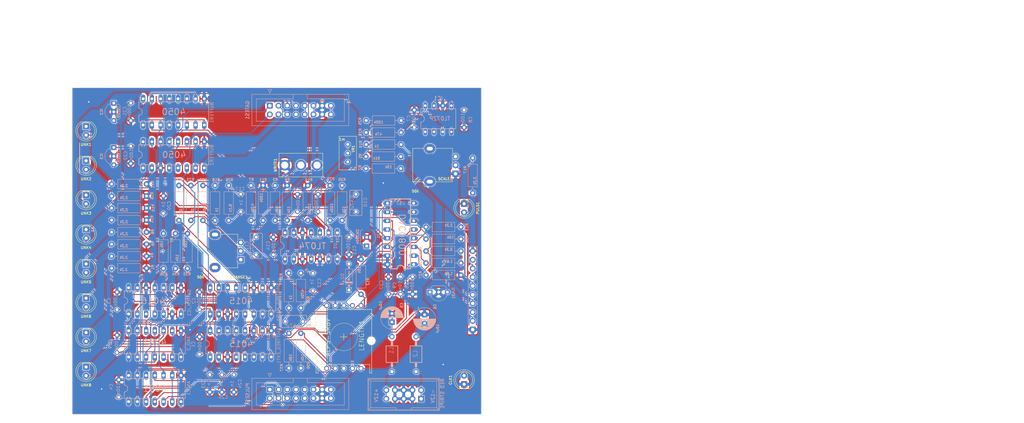
<source format=kicad_pcb>
(kicad_pcb (version 20211014) (generator pcbnew)
  (layers (0 "F.Cu" signal) (31 "B.Cu" signal) (34 "B.Paste" user) (35 "F.Paste" user) (36 "B.SilkS" user "B.Silkscreen") (37 "F.SilkS" user "F.Silkscreen") (38 "B.Mask" user) (39 "F.Mask" user) (44 "Edge.Cuts" user))
  (net 0 "")
  (net 1 "/B1")
  (net 2 "/BUFFCLK")
  (net 3 "/PULSE8")
  (net 4 "/PULSE6")
  (net 5 "/B3")
  (net 6 "GND")
  (net 7 "/B4")
  (net 8 "/PULSE5")
  (net 9 "/PULSE7")
  (net 10 "/B2")
  (net 11 "/+12V")
  (net 12 "/B8")
  (net 13 "/BUFFCLK2")
  (net 14 "/PULSE1")
  (net 15 "/PULSE2")
  (net 16 "/B7")
  (net 17 "/B6")
  (net 18 "/PULSE3")
  (net 19 "/PULSE4")
  (net 20 "/B5")
  (net 21 "Net-(BUFFER1-Pad1)")
  (net 22 "/CLOCK")
  (net 23 "/GATE5")
  (net 24 "/GATE6")
  (net 25 "/GATE8")
  (net 26 "/GATE7")
  (net 27 "/PULSE_OUT")
  (net 28 "Net-(BUFFER2-Pad1)")
  (net 29 "/GATE1")
  (net 30 "/GATE2")
  (net 31 "/GATE3")
  (net 32 "/GATE4")
  (net 34 "/-12V")
  (net 35 "Net-(C9-Pad1)")
  (net 36 "Net-(C10-Pad2)")
  (net 37 "Net-(C11-Pad1)")
  (net 38 "/NOISE")
  (net 39 "Net-(C12-Pad1)")
  (net 40 "Net-(C15-Pad2)")
  (net 41 "Net-(C17-Pad1)")
  (net 42 "Net-(C17-Pad2)")
  (net 43 "Net-(C18-Pad1)")
  (net 44 "/START_OF_LOOP")
  (net 45 "Net-(C23-Pad2)")
  (net 46 "Net-(C24-Pad2)")
  (net 47 "/STEP_12")
  (net 48 "Net-(CHANGE1-Pad2)")
  (net 49 "Net-(CHANGE1-Pad3)")
  (net 50 "/CLOCK_IN")
  (net 51 "/CV_IN")
  (net 52 "/CV_OUT")
  (net 53 "/+12V_INLET")
  (net 54 "Net-(D2-PadA)")
  (net 55 "/-12V_INLET")
  (net 56 "Net-(IC1-Pad1)")
  (net 57 "/LOOP_CTRL")
  (net 58 "Net-(IC1-Pad7)")
  (net 59 "/END_OF_LOOP")
  (net 60 "/STEP_16")
  (net 61 "/NOISE_OUT")
  (net 62 "Net-(C10-Pad1)")
  (net 63 "Net-(C16-Pad2)")
  (net 64 "Net-(C18-Pad2)")
  (net 65 "Net-(CHANGE1-Pad1)")
  (net 66 "Net-(CLK1-Pad2)")
  (net 73 "Net-(PULS1-Pad2)")
  (net 74 "Net-(R15-Pad2)")
  (net 75 "Net-(R21-Pad2)")
  (net 76 "Net-(R25-Pad1)")
  (net 77 "Net-(R33-Pad1)")
  (net 78 "Net-(R1-Pad1)")
  (net 79 "Net-(R4-Pad1)")
  (net 80 "Net-(R6-Pad1)")
  (net 81 "Net-(R8-Pad1)")
  (net 82 "Net-(R14-Pad2)")
  (net 83 "Net-(R34-Pad1)")
  (net 84 "Net-(R16-Pad2)")
  (net 85 "Net-(R18-Pad1)")
  (net 86 "Net-(R36-Pad2)")
  (net 87 "Net-(R27-Pad2)")
  (net 88 "Net-(R28-Pad1)")
  (net 89 "Net-(R30-Pad2)")
  (net 91 "Net-(R20-Pad2)")
  (net 92 "Net-(R39-Pad1)")
  (footprint "ao_tht:LED_D5.0mm" (layer "F.Cu") (at 60 58.725 -90)
    (fp_text reference "UNK1")
    (fp_text value "LED5MM" hide)
  )
  (footprint "ao_tht:LED_D5.0mm" (layer "F.Cu") (at 170 133.775 90)
    (fp_text reference "CLK1")
    (fp_text value "LED5MM" hide)
  )
  (footprint "ao_tht:LED_D5.0mm" (layer "F.Cu") (at 60 128.725 -90)
    (fp_text reference "UNK8")
    (fp_text value "LED5MM" hide)
  )
  (footprint "ao_tht:LED_D5.0mm" (layer "F.Cu") (at 60 118.725 -90)
    (fp_text reference "UNK7")
    (fp_text value "LED5MM" hide)
  )
  (footprint "ao_tht:LED_D5.0mm" (layer "F.Cu") (at 60 68.725 -90)
    (fp_text reference "UNK2")
    (fp_text value "LED5MM" hide)
  )
  (footprint "ao_tht:LED_D5.0mm" (layer "F.Cu") (at 170 82.5 -90)
    (fp_text reference "PULS1")
    (fp_text value "LED5MM" hide)
  )
  (footprint "ao_tht:SPDT-toggle-switch-1M-series" (layer "F.Cu") (at 122.5 70 90)
    (fp_text reference "WRITE1")
    (fp_text value "T-80-T-SPDT-ON-OFF-ON")
  )
  (footprint "ao_tht:LED_D5.0mm" (layer "F.Cu") (at 60 78.725 -90)
    (fp_text reference "UNK3")
    (fp_text value "LED5MM" hide)
  )
  (footprint "ao_tht:Potentiometer_Bourns_3296W_Vertical_screw_centered" (layer "F.Cu") (at 135 70 -90)
    (fp_text reference "VR1")
    (fp_text value "1m" hide)
  )
  (footprint "ao_tht:LED_D5.0mm" (layer "F.Cu") (at 60 98.725 -90)
    (fp_text reference "UNK5")
    (fp_text value "LED5MM" hide)
  )
  (footprint "ao_tht:Potentiometer_Alpha_RD901F-40-00D_Single_Vertical_centered" (layer "F.Cu") (at 160 70 180)
    (fp_text reference "SCALE1")
    (fp_text value "50k" hide)
  )
  (footprint "TuringFront:ALPS-SRBV" (layer "F.Cu") (at 135 120 180)
    (fp_text reference "LENGTH1")
    (fp_text value "ALPS-SRBV")
  )
  (footprint "ao_tht:LED_D5.0mm" (layer "F.Cu") (at 60 108.725 -90)
    (fp_text reference "UNK6")
    (fp_text value "LED5MM" hide)
  )
  (footprint "ao_tht:Potentiometer_Alpha_RD901F-40-00D_Single_Vertical_centered" (layer "F.Cu") (at 97.5 95 180)
    (fp_text reference "CHANGE1")
    (fp_text value "50k" hide)
  )
  (footprint "ao_tht:LED_D5.0mm" (layer "F.Cu") (at 60 88.725 -90)
    (fp_text reference "UNK4")
    (fp_text value "LED5MM" hide)
  )
  (footprint "Connector_IDC:IDC-Header_2x08_P2.54mm_Vertical" (layer "B.Cu") (at 113.46 135.2975 -90)
    (fp_text reference "PULSES1")
    (fp_text value "MA08-2" hide)
  )
  (footprint "ao_tht:R_Axial_DIN0207_L6.3mm_D2.5mm_P10.16mm_Horizontal" (layer "B.Cu") (at 158.92 98.5)
    (fp_text reference "R28")
    (fp_text value "1.6k" hide)
  )
  (footprint "ao_tht:R_Axial_DIN0207_L6.3mm_D2.5mm_P10.16mm_Horizontal" (layer "B.Cu") (at 134.5 86.08 90)
    (fp_text reference "R30")
    (fp_text value "10k" hide)
  )
  (footprint "ao_tht:R_Axial_DIN0207_L6.3mm_D2.5mm_P10.16mm_Horizontal" (layer "B.Cu") (at 140 107.58 90)
    (fp_text reference "R12")
    (fp_text value "10k" hide)
  )
  (footprint "ao_tht:R_Axial_DIN0207_L6.3mm_D2.5mm_P10.16mm_Horizontal" (layer "B.Cu") (at 151.58 67.5 180)
    (fp_text reference "R5")
    (fp_text value "51k" hide)
  )
  (footprint "ao_tht:R_Axial_DIN0207_L6.3mm_D2.5mm_P10.16mm_Horizontal" (layer "B.Cu") (at 141.5 60.5)
    (fp_text reference "R24")
    (fp_text value "47k" hide)
  )
  (footprint "ao_tht:TO-92_Inline_Wide" (layer "B.Cu") (at 68.06 51.96 -90)
    (fp_text reference "IC2")
    (fp_text value "78L09")
  )
  (footprint "ao_tht:R_Axial_DIN0207_L6.3mm_D2.5mm_P10.16mm_Horizontal" (layer "B.Cu") (at 97.5 75.92 -90)
    (fp_text reference "R18")
    (fp_text value "1k" hide)
  )
  (footprint "TuringBack:BL01RN1A" (layer "B.Cu") (at 149 125 90)
    (fp_text reference "L1")
    (fp_text value "BL01RN1A" hide)
  )
  (footprint "TuringFront:C050-024X044" (layer "B.Cu") (at 148 105 -90)
    (fp_text reference "C27")
    (fp_text value "100n")
  )
  (footprint "ao_tht:Power_Header" (layer "B.Cu") (at 157.5 138 90)
    (fp_text reference "SV1" hide)
    (fp_text value "10_PIN_HEADER" hide)
  )
  (footprint "TuringFront:C050-024X044" (layer "B.Cu") (at 114.5 93.5 -90)
    (fp_text reference "C14")
    (fp_text value "100n")
  )
  (footprint "ao_tht:CP_Radial_D6.3mm_P2.50mm" (layer "B.Cu") (at 158.5 113.5 -90)
    (fp_text reference "C6")
    (fp_text value "10uf" hide)
  )
  (footprint "ao_tht:R_Axial_DIN0207_L6.3mm_D2.5mm_P10.16mm_Horizontal" (layer "B.Cu") (at 87 86.08 90)
    (fp_text reference "R35")
    (fp_text value "10k" hide)
  )
  (footprint "TuringBack:DIL16" (layer "B.Cu") (at 105 109.5)
    (fp_text reference "SHIFTREG_MAIN1")
    (fp_text value "4015")
  )
  (footprint "TuringFront:DO35-7" (layer "B.Cu") (at 136.5 102.5 90)
    (fp_text reference "D2")
    (fp_text value "1N4148")
  )
  (footprint "ao_tht:R_Axial_DIN0207_L6.3mm_D2.5mm_P10.16mm_Horizontal" (layer "B.Cu") (at 67.42 100)
    (fp_text reference "R1")
    (fp_text value "2.2k" hide)
  )
  (footprint "ao_tht:R_Axial_DIN0207_L6.3mm_D2.5mm_P10.16mm_Horizontal" (layer "B.Cu") (at 77.58 75.5 180)
    (fp_text reference "R21")
    (fp_text value "2.2k" hide)
  )
  (footprint "ao_tht:R_Axial_DIN0207_L6.3mm_D2.5mm_P10.16mm_Horizontal" (layer "B.Cu") (at 119 118.92 -90)
    (fp_text reference "R37")
    (fp_text value "10k" hide)
  )
  (footprint "TuringFront:C050-024X044" (layer "B.Cu") (at 73 54.5 90)
    (fp_text reference "C21")
    (fp_text value "100n")
  )
  (footprint "TuringFront:C050-024X044" (layer "B.Cu") (at 126 104 -90)
    (fp_text reference "C12")
    (fp_text value "1n")
  )
  (footprint "TuringFront:C050-024X044" (layer "B.Cu") (at 73 67 90)
    (fp_text reference "C22")
    (fp_text value "100n")
  )
  (footprint "ao_tht:R_Axial_DIN0207_L6.3mm_D2.5mm_P10.16mm_Horizontal" (layer "B.Cu") (at 158.92 91.5)
    (fp_text reference "R38")
    (fp_text value "10k" hide)
  )
  (footprint "ao_tht:R_Axial_DIN0207_L6.3mm_D2.5mm_P10.16mm_Horizontal" (layer "B.Cu") (at 77.58 82.5 180)
    (fp_text reference "R15")
    (fp_text value "2.2k" hide)
  )
  (footprint "ao_tht:R_Axial_DIN0207_L6.3mm_D2.5mm_P10.16mm_Horizontal" (layer "B.Cu") (at 151.66 64 180)
    (fp_text reference "R19")
    (fp_text value "1k" hide)
  )
  (footprint "ao_tht:R_Axial_DIN0207_L6.3mm_D2.5mm_P10.16mm_Horizontal" (layer "B.Cu") (at 122.5 111.58 90)
    (fp_text reference "R31")
    (fp_text value "470k" hide)
  )
  (footprint "ao_tht:R_Axial_DIN0207_L6.3mm_D2.5mm_P10.16mm_Horizontal" (layer "B.Cu") (at 151.58 71 180)
    (fp_text reference "R2")
    (fp_text value "15k" hide)
  )
  (footprint "ao_tht:R_Axial_DIN0207_L6.3mm_D2.5mm_P10.16mm_Horizontal" (layer "B.Cu") (at 118.5 75.92 -90)
    (fp_text reference "R9")
    (fp_text value "15k" hide)
  )
  (footprint "TuringFront:C050-024X044" (layer "B.Cu") (at 103 133.5 90)
    (fp_text reference "C24")
    (fp_text value "1n")
  )
  (footprint "TuringFront:C050-024X044" (layer "B.Cu") (at 127.5 81 -90)
    (fp_text reference "C15")
    (fp_text value "330pf")
  )
  (footprint "TuringFront:C050-024X044" (layer "B.Cu") (at 69.5 135 90)
    (fp_text reference "C4")
    (fp_text value "100n")
  )
  (footprint "ao_tht:R_Axial_DIN0207_L6.3mm_D2.5mm_P10.16mm_Horizontal" (layer "B.Cu") (at 67.42 89.5)
    (fp_text reference "R8")
    (fp_text value "2.2k" hide)
  )
  (footprint "TuringFront:C050-024X044" (layer "B.Cu") (at 69 109.5 90)
    (fp_text reference "C3")
    (fp_text value "100n")
  )
  (footprint "TuringFront:C050-024X044" (layer "B.Cu") (at 99.5 133.5 90)
    (fp_text reference "C25")
    (fp_text value "1n")
  )
  (footprint "ao_tht:TO-92_Inline_Wide" (layer "B.Cu") (at 141.64 93.54 90)
    (fp_text reference "T1")
    (fp_text value "2N3904" hide)
  )
  (footprint "TuringBack:DIL14" (layer "B.Cu") (at 80 122)
    (fp_text reference "AND_2")
    (fp_text value "4081")
  )
  (footprint "TuringFront:DIL14" (layer "B.Cu") (at 125.5 93.5)
    (fp_text reference "U1")
    (fp_text value "TL074_")
  )
  (footprint "ao_tht:R_Axial_DIN0207_L6.3mm_D2.5mm_P10.16mm_Horizontal" (layer "B.Cu") (at 115 75.92 -90)
    (fp_text reference "R3")
    (fp_text value "68k" hide)
  )
  (footprint "ao_tht:R_Axial_DIN0207_L6.3mm_D2.5mm_P10.16mm_Horizontal" (layer "B.Cu") (at 90.5 86.08 90)
    (fp_text reference "R23")
    (fp_text value "10k" hide)
  )
  (footprint "TuringFront:C050-024X044" (layer "B.Cu") (at 151.5 105 -90)
    (fp_text reference "C9")
    (fp_text value "10n")
  )
  (footprint "TuringFront:C050-024X044" (layer "B.Cu") (at 69 122 -90)
    (fp_text reference "C19")
    (fp_text value "100n")
  )
  (footprint "TuringFront:C050-024X044" (layer "B.Cu") (at 136.5 93.5 -90)
    (fp_text reference "C13")
    (fp_text value "100n")
  )
  (footprint "ao_tht:R_Axial_DIN0207_L6.3mm_D2.5mm_P10.16mm_Horizontal" (layer "B.Cu") (at 67.42 96.5)
    (fp_text reference "R4")
    (fp_text value "2.2k" hide)
  )
  (footprint "ao_tht:R_Axial_DIN0207_L6.3mm_D2.5mm_P10.16mm_Horizontal" (layer "B.Cu") (at 108 75.92 -90)
    (fp_text reference "R7")
    (fp_text value "470k" hide)
  )
  (footprint "TuringBack:DIL14" (layer "B.Cu") (at 80 135)
    (fp_text reference "AND_1")
    (fp_text value "4081")
  )
  (footprint "ao_tht:R_Axial_DIN0207_L6.3mm_D2.5mm_P10.16mm_Horizontal" (layer "B.Cu") (at 86 100.08 90)
    (fp_text reference "R34")
    (fp_text value "10k" hide)
  )
  (footprint "ao_tht:R_Axial_DIN0207_L6.3mm_D2.5mm_P10.16mm_Horizontal" (layer "B.Cu") (at 122.5 129.08 90)
    (fp_text reference "R39")
    (fp_text value "10k" hide)
  )
  (footprint "ao_tht:R_Axial_DIN0207_L6.3mm_D2.5mm_P10.16mm_Horizontal" (layer "B.Cu") (at 82.5 89.92 -90)
    (fp_text reference "R36")
    (fp_text value "10k" hide)
  )
  (footprint "ao_tht:R_Axial_DIN0207_L6.3mm_D2.5mm_P10.16mm_Horizontal" (layer "B.Cu") (at 89.5 100.08 90)
    (fp_text reference "R33")
    (fp_text value "10k" hide)
  )
  (footprint "TuringFront:C050-024X044" (layer "B.Cu") (at 155.5 56.5 -90)
    (fp_text reference "C7")
    (fp_text value "100n")
  )
  (footprint "ao_tht:TO-92_Inline_Wide" (layer "B.Cu") (at 160.06 106.94)
    (fp_text reference "TL431")
    (fp_text value "TL431CLP" hide)
  )
  (footprint "ao_tht:R_Axial_DIN0207_L6.3mm_D2.5mm_P10.16mm_Horizontal" (layer "B.Cu") (at 77.58 86 180)
    (fp_text reference "R14")
    (fp_text value "2.2k" hide)
  )
  (footprint "TuringFront:C050-024X044" (layer "B.Cu") (at 170 56.5 -90)
    (fp_text reference "C8")
    (fp_text value "100n")
  )
  (footprint "ao_tht:R_Axial_DIN0207_L6.3mm_D2.5mm_P10.16mm_Horizontal" (layer "B.Cu") (at 94 86.08 90)
    (fp_text reference "R22")
    (fp_text value "100k" hide)
  )
  (footprint "ao_tht:R_Axial_DIN0207_L6.3mm_D2.5mm_P10.16mm_Horizontal" (layer "B.Cu") (at 131 75.92 -90)
    (fp_text reference "R29")
    (fp_text value "100k" hide)
  )
  (footprint "TuringBack:DIL14" (layer "B.Cu") (at 80 109.5)
    (fp_text reference "SWITCH_IC1")
    (fp_text value "4016")
  )
  (footprint "ao_tht:TO-92_Inline_Wide" (layer "B.Cu") (at 68.06 64.86 -90)
    (fp_text reference "IC3")
    (fp_text value "78L09")
  )
  (footprint "ao_tht:R_Axial_DIN0207_L6.3mm_D2.5mm_P10.16mm_Horizontal" (layer "B.Cu") (at 158.92 95)
    (fp_text reference "R20")
    (fp_text value "3.3k" hide)
  )
  (footprint "TuringBack:DIL16" (layer "B.Cu") (at 85.5 67)
    (fp_text reference "BUFFER2")
    (fp_text value "4050")
  )
  (footprint "ao_tht:R_Axial_DIN0207_L6.3mm_D2.5mm_P10.16mm_Horizontal" (layer "B.Cu") (at 101.5 75.92 -90)
    (fp_text reference "R26")
    (fp_text value "5.1k" hide)
  )
  (footprint "ao_tht:R_Axial_DIN0207_L6.3mm_D2.5mm_P10.16mm_Horizontal" (layer "B.Cu") (at 141.5 57)
    (fp_text reference "R25")
    (fp_text value "100k" hide)
  )
  (footprint "TuringFront:C050-024X044" (layer "B.Cu") (at 82.5 81.5 -90)
    (fp_text reference "C20")
    (fp_text value "1n")
  )
  (footprint "TuringFront:C050-024X044" (layer "B.Cu") (at 93 109.5 90)
    (fp_text reference "C2")
    (fp_text value "100n")
  )
  (footprint "TuringFront:C050-035X075" (layer "B.Cu") (at 138.5 81 90)
    (fp_text reference "C10")
    (fp_text value "0.47uf")
  )
  (footprint "ao_tht:CP_Radial_D6.3mm_P2.50mm" (layer "B.Cu") (at 149 115.6824 90)
    (fp_text reference "C5")
    (fp_text value "10uf" hide)
  )
  (footprint "TuringFront:C050-024X044" (layer "B.Cu") (at 105 81 -90)
    (fp_text reference "C17")
    (fp_text value "1n")
  )
  (footprint "TuringFront:C050-024X044" (layer "B.Cu") (at 96 133.5 90)
    (fp_text reference "C23")
    (fp_text value "1n")
  )
  (footprint "TuringFront:DIL16" (layer "B.Cu") (at 151.5 90 90)
    (fp_text reference "U$2")
    (fp_text value "DAC0800")
  )
  (footprint "TuringFront:C050-024X044" (layer "B.Cu") (at 155 105 90)
    (fp_text reference "C26")
    (fp_text value "100n")
  )
  (footprint "ao_tht:R_Axial_DIN0207_L6.3mm_D2.5mm_P10.16mm_Horizontal" (layer "B.Cu") (at 119 101.42 -90)
    (fp_text reference "R32")
    (fp_text value "1k" hide)
  )
  (footprint "TuringFront:C050-024X044" (layer "B.Cu") (at 93 122.5 90)
    (fp_text reference "C1")
    (fp_text value "100n")
  )
  (footprint "ao_tht:R_Axial_DIN0207_L6.3mm_D2.5mm_P10.16mm_Horizontal" (layer "B.Cu") (at 124.5 75.92 -90)
    (fp_text reference "R10")
    (fp_text value "100k" hide)
  )
  (footprint "ao_tht:R_Axial_DIN0207_L6.3mm_D2.5mm_P10.16mm_Horizontal" (layer "B.Cu") (at 169.08 102 180)
    (fp_text reference "R27")
    (fp_text value "1.6k" hide)
  )
  (footprint "ao_tht:R_Axial_DIN0207_L6.3mm_D2.5mm_P10.16mm_Horizontal" (layer "B.Cu") (at 67.42 93)
    (fp_text reference "R6")
    (fp_text value "2.2k" hide)
  )
  (footprint "TuringFront:C050-035X075" (layer "B.Cu") (at 109.5 93.5 90)
    (fp_text reference "C11")
    (fp_text value "0.47uf")
  )
  (footprint "TuringFront:C050-024X044" (layer "B.Cu") (at 121.5 81 -90)
    (fp_text reference "C16")
    (fp_text value "100n")
  )
  (footprint "ao_tht:R_Axial_DIN0207_L6.3mm_D2.5mm_P10.16mm_Horizontal" (layer "B.Cu") (at 172.5 78.08 90)
    (fp_text reference "R17")
    (fp_text value "2.2k" hide)
  )
  (footprint "ao_tht:R_Axial_DIN0207_L6.3mm_D2.5mm_P10.16mm_Horizontal" (layer "B.Cu") (at 158.92 88)
    (fp_text reference "R13")
    (fp_text value "2.2k" hide)
  )
  (footprint "TuringBack:DIL08" (layer "B.Cu") (at 162.5 56.5)
    (fp_text reference "IC1")
    (fp_text value "TL072P")
  )
  (footprint "TuringBack:DIL16" (layer "B.Cu") (at 85.5 54.5)
    (fp_text reference "BUFFER1")
    (fp_text value "4050")
  )
  (footprint "ao_tht:R_Axial_DIN0207_L6.3mm_D2.5mm_P10.16mm_Horizontal" (layer "B.Cu") (at 77.58 79 180)
    (fp_text reference "R16")
    (fp_text value "2.2k" hide)
  )
  (footprint "Connector_IDC:IDC-Header_2x08_P2.54mm_Vertical" (layer "B.Cu") (at 113.46 52.6975 -90)
    (fp_text reference "GATES1")
    (fp_text value "MA08-2" hide)
  )
  (footprint "TuringBack:DIL16" (layer "B.Cu") (at 105 122)
    (fp_text reference "SHIFTREG_EXT1")
    (fp_text value "4015")
  )
  (footprint "Connector_PinHeader_2.54mm:PinHeader_1x10_P2.54mm_Vertical" (layer "B.Cu") (at 172.5 117.86)
    (fp_text reference "J1" hide)
    (fp_text value "Conn_01x10_Male" hide)
  )
  (footprint "ao_tht:R_Axial_DIN0207_L6.3mm_D2.5mm_P10.16mm_Horizontal" (layer "B.Cu") (at 111.5 75.92 -90)
    (fp_text reference "R11")
    (fp_text value "100k" hide)
  )
  (footprint "TuringBack:BL01RN1A" (layer "B.Cu") (at 156 125 90)
    (fp_text reference "L2")
    (fp_text value "BL01RN1A" hide)
  )
  (footprint "TuringFront:C050-035X075" (layer "B.Cu") (at 120.5 115.5 180)
    (fp_text reference "C18")
    (fp_text value "0.47uf")
  )
  (gr_line (start 175 142.5) (end 175 47.5) (layer "Edge.Cuts") (width 0.05))
  (gr_line (start 56 47.5) (end 56 142.5) (layer "Edge.Cuts") (width 0.05))
  (gr_line (start 56 142.5) (end 175 142.5) (layer "Edge.Cuts") (width 0.05))
  (gr_line (start 175 47.5) (end 56 47.5) (layer "Edge.Cuts") (width 0.05))
  (segment (start 94.6007 130.9418) (end 94.6007 129.6452) (width 0.25) (layer "F.Cu") (net 1))
  (segment (start 94.2244 129.2689) (end 72.8042 129.2689) (width 0.25) (layer "F.Cu") (net 1))
  (segment (start 95.5247 131.8658) (end 94.6007 130.9418) (width 0.25) (layer "F.Cu") (net 1))
  (segment (start 94.39 56.8131) (end 75.4795 56.8131) (width 0.25) (layer "F.Cu") (net 1))
  (segment (start 94.6007 129.6452) (end 94.2244 129.2689) (width 0.25) (layer "F.Cu") (net 1))
  (segment (start 60 62.4527) (end 58.6 63.8527) (width 0.25) (layer "F.Cu") (net 1))
  (segment (start 98.65 104.1931) (end 98.65 105.69) (width 0.25) (layer "F.Cu") (net 1))
  (segment (start 133.8302 131.8658) (end 95.5247 131.8658) (width 0.25) (layer "F.Cu") (net 1))
  (segment (start 72.38 131.19) (end 72.38 129.6931) (width 0.25) (layer "F.Cu") (net 1))
  (segment (start 75.4795 56.8131) (end 71.0176 61.275) (width 0.25) (layer "F.Cu") (net 1))
  (segment (start 78.2894 91.7636) (end 86.2205 91.7636) (width 0.25) (layer "F.Cu") (net 1))
  (segment (start 86.2205 91.7636) (end 98.65 104.1931) (width 0.25) (layer "F.Cu") (net 1))
  (segment (start 72.8042 129.2689) (end 72.38 129.6931) (width 0.25) (layer "F.Cu") (net 1))
  (segment (start 71.0176 61.275) (end 60 61.275) (width 0.25) (layer "F.Cu") (net 1))
  (segment (start 58.6 63.8527) (end 58.6 72.0742) (width 0.25) (layer "F.Cu") (net 1))
  (segment (start 94.39 58.31) (end 94.39 56.8131) (width 0.25) (layer "F.Cu") (net 1))
  (segment (start 137.5 129.15) (end 136.546 129.15) (width 0.25) (layer "F.Cu") (net 1))
  (segment (start 136.546 129.15) (end 133.8302 131.8658) (width 0.25) (layer "F.Cu") (net 1))
  (segment (start 58.6 72.0742) (end 78.2894 91.7636) (width 0.25) (layer "F.Cu") (net 1))
  (segment (start 60 61.275) (end 60 62.4527) (width 0.25) (layer "F.Cu") (net 1))
  (via (at 94.6007 129.6452) (size 0.8) (drill 0.4) (layers "F.Cu" "B.Cu") (net 1))
  (segment (start 147.69 88.73) (end 149.1869 88.73) (width 0.25) (layer "B.Cu") (net 1))
  (segment (start 157.795 90.375) (end 158.92 91.5) (width 0.25) (layer "B.Cu") (net 1))
  (segment (start 137.5 129.15) (end 137.5 119.6124) (width 0.25) (layer "B.Cu") (net 1))
  (segment (start 97.3599 126.886) (end 94.6007 129.6452) (width 0.25) (layer "B.Cu") (net 1))
  (segment (start 149.622 90.375) (end 157.795 90.375) (width 0.25) (layer "B.Cu") (net 1))
  (segment (start 137.5 119.6124) (end 149.622 107.4904) (width 0.25) (layer "B.Cu") (net 1))
  (segment (start 149.622 107.4904) (end 149.622 90.375) (width 0.25) (layer "B.Cu") (net 1))
  (segment (start 98.65 105.69) (end 98.65 107.1869) (width 0.25) (layer "B.Cu") (net 1))
  (segment (start 97.7627 115.3462) (end 97.3599 115.749) (width 0.25) (layer "B.Cu") (net 1))
  (segment (start 97.3599 115.749) (end 97.3599 126.886) (width 0.25) (layer "B.Cu") (net 1))
  (segment (start 98.65 107.1869) (end 97.7627 108.0742) (width 0.25) (layer "B.Cu") (net 1))
  (segment (start 149.622 90.375) (end 149.622 89.1651) (width 0.25) (layer "B.Cu") (net 1))
  (segment (start 97.7627 108.0742) (end 97.7627 115.3462) (width 0.25) (layer "B.Cu") (net 1))
  (segment (start 149.622 89.1651) (end 149.1869 88.73) (width 0.25) (layer "B.Cu") (net 1))
  (segment (start 94.143 132.2686) (end 120.8261 132.2686) (width 0.25) (layer "F.Cu") (net 2))
  (segment (start 85.08 131.19) (end 85.08 129.7938) (width 0.25) (layer "F.Cu") (net 2))
  (segment (start 120.8261 132.2686) (end 123.77 135.2125) (width 0.25) (layer "F.Cu") (net 2))
  (segment (start 85.08 129.6931) (end 91.5675 129.6931) (width 0.25) (layer "F.Cu") (net 2))
  (segment (start 74.92 131.19) (end 74.92 129.6931) (width 0.25) (layer "F.Cu") (net 2))
  (segment (start 91.5675 129.6931) (end 94.143 132.2686) (width 0.25) (layer "F.Cu") (net 2))
  (segment (start 85.08 129.7938) (end 85.08 129.6931) (width 0.25) (layer "F.Cu") (net 2))
  (segment (start 85.08 129.6931) (end 74.92 129.6931) (width 0.25) (layer "F.Cu") (net 2))
  (segment (start 79.15 64.6869) (end 80.4 65.9369) (width 0.25) (layer "B.Cu") (net 2))
  (segment (start 79.15 63.19) (end 79.15 64.6869) (width 0.25) (layer "B.Cu") (net 2))
  (segment (start 123.77 135.2125) (end 123.77 137.7525) (width 0.25) (layer "B.Cu") (net 2))
  (segment (start 75.8073 116.3755) (end 75.8073 128.8058) (width 0.25) (layer "B.Cu") (net 2))
  (segment (start 76.2806 115.9022) (end 75.8073 116.3755) (width 0.25) (layer "B.Cu") (net 2))
  (segment (start 76.2806 74.6694) (end 76.2806 115.9022) (width 0.25) (layer "B.Cu") (net 2))
  (segment (start 74.92 129.6931) (end 74.92 131.19) (width 0.25) (layer "B.Cu") (net 2))
  (segment (start 79.69388 72.30612) (end 78.64388 72.30612) (width 0.25) (layer "B.Cu") (net 2))
  (segment (start 80.4 71.6) (end 79.69388 72.30612) (width 0.25) (layer "B.Cu") (net 2))
  (segment (start 74.92 138.81) (end 74.92 131.19) (width 0.25) (layer "B.Cu") (net 2))
  (segment (start 75.8073 128.8058) (end 74.92 129.6931) (width 0.25) (layer "B.Cu") (net 2))
  (segment (start 78.64388 72.30612) (end 76.2806 74.6694) (width 0.25) (layer "B.Cu") (net 2))
  (segment (start 85.08 138.81) (end 85.08 131.19) (width 0.25) (layer "B.Cu") (net 2))
  (segment (start 80.4 65.9369) (end 80.4 71.6) (width 0.25) (layer "B.Cu") (net 2))
  (segment (start 118.45 141.55) (end 121.08 138.92) (width 0.25) (layer "B.Cu") (net 3))
  (segment (start 78.336672 141.55) (end 118.45 141.55) (width 0.25) (layer "B.Cu") (net 3))
  (segment (start 76.57348 132.07652) (end 76.57348 139.786808) (width 0.25) (layer "B.Cu") (net 3))
  (segment (start 77.46 131.19) (end 76.57348 132.07652) (width 0.25) (layer "B.Cu") (net 3))
  (segment (start 76.57348 139.786808) (end 78.336672 141.55) (width 0.25) (layer "B.Cu") (net 3))
  (segment (start 121.08 138.92) (end 121.08 137.8375) (width 0.25) (layer "B.Cu") (net 3))
  (segment (start 115.9369 132.6869) (end 80 132.6869) (width 0.25) (layer "F.Cu") (net 4))
  (segment (start 80 132.6869) (end 80 131.19) (width 0.25) (layer "F.Cu") (net 4))
  (segment (start 117.3 136.5975) (end 117.3 134.05) (width 0.25) (layer "F.Cu") (net 4))
  (segment (start 118.54 137.8375) (end 117.3 136.5975) (width 0.25) (layer "F.Cu") (net 4))
  (segment (start 117.3 134.05) (end 115.9369 132.6869) (width 0.25) (layer "F.Cu") (net 4))
  (segment (start 106.5377 116.395) (end 108.8812 116.395) (width 0.25) (layer "F.Cu") (net 5))
  (segment (start 136 127.5) (end 138.35 127.5) (width 0.25) (layer "F.Cu") (net 5))
  (segment (start 110.8805 120.1697) (end 119.5877 120.1697) (width 0.25) (layer "F.Cu") (net 5))
  (segment (start 126.3384 117.8384) (end 136 127.5) (width 0.25) (layer "F.Cu") (net 5))
  (segment (start 58.4 84.0527) (end 60 82.4527) (width 0.25) (layer "F.Cu") (net 5))
  (segment (start 80.5 116.4037) (end 80.6774 116.2263) (width 0.25) (layer "F.Cu") (net 5))
  (segment (start 58.4 104.11835) (end 58.4 84.0527) (width 0.25) (layer "F.Cu") (net 5))
  (segment (start 78.569613 116.453811) (end 78.365802 116.25) (width 0.25) (layer "F.Cu") (net 5))
  (segment (start 80.5 116.4037) (end 80.449889 116.453811) (width 0.25) (layer "F.Cu") (net 5))
  (segment (start 78.365802 116.25) (end 70.53165 116.25) (width 0.25) (layer "F.Cu") (net 5))
  (segment (start 80.449889 116.453811) (end 78.569613 116.453811) (width 0.25) (layer "F.Cu") (net 5))
  (segment (start 119.5877 120.1697) (end 121.919 117.8384) (width 0.25) (layer "F.Cu") (net 5))
  (segment (start 60 82.4527) (end 60 81.275) (width 0.25) (layer "F.Cu") (net 5))
  (segment (start 108.8812 116.395) (end 109.7361 117.2499) (width 0.25) (layer "F.Cu") (net 5))
  (segment (start 121.919 117.8384) (end 126.3384 117.8384) (width 0.25) (layer "F.Cu") (net 5))
  (segment (start 70.53165 116.25) (end 58.4 104.11835) (width 0.25) (layer "F.Cu") (net 5))
  (segment (start 138.35 127.5) (end 140 129.15) (width 0.25) (layer "F.Cu") (net 5))
  (segment (start 80.6774 116.2263) (end 106.369 116.2263) (width 0.25) (layer "F.Cu") (net 5))
  (segment (start 106.369 116.2263) (end 106.5377 116.395) (width 0.25) (layer "F.Cu") (net 5))
  (segment (start 109.7361 119.0253) (end 110.8805 120.1697) (width 0.25) (layer "F.Cu") (net 5))
  (segment (start 109.7361 117.2499) (end 109.7361 119.0253) (width 0.25) (layer "F.Cu") (net 5))
  (via (at 106.5377 116.395) (size 0.8) (drill 0.4) (layers "F.Cu" "B.Cu") (net 5))
  (via (at 80.5 116.4037) (size 0.8) (drill 0.4) (layers "F.Cu" "B.Cu") (net 5))
  (segment (start 160.4201 103.4799) (end 158.3 105.6) (width 0.25) (layer "B.Cu") (net 5))
  (segment (start 80.5 116.4037) (end 81.25 117.1537) (width 0.25) (layer "B.Cu") (net 5))
  (segment (start 147.69 83.65) (end 149.1869 83.65) (width 0.25) (layer "B.Cu") (net 5))
  (segment (start 81.25 128.4031) (end 82.54 129.6931) (width 0.25) (layer "B.Cu") (net 5))
  (segment (start 160.4201 91.4758) (end 160.4201 103.4799) (width 0.25) (layer "B.Cu") (net 5))
  (segment (start 81.25 117.1537) (end 81.25 128.4031) (width 0.25) (layer "B.Cu") (net 5))
  (segment (start 149.1869 83.65) (end 152.9969 87.46) (width 0.25) (layer "B.Cu") (net 5))
  (segment (start 57.9 79.175) (end 60 81.275) (width 0.25) (layer "B.Cu") (net 5))
  (segment (start 68.2448 48.7899) (end 63.5347 53.5) (width 0.25) (layer "B.Cu") (net 5))
  (segment (start 158.3 105.6) (end 158.3 109.1) (width 0.25) (layer "B.Cu") (net 5))
  (segment (start 91.4468 48.7899) (end 68.2448 48.7899) (width 0.25) (layer "B.Cu") (net 5))
  (segment (start 156.4043 87.46) (end 160.4201 91.4758) (width 0.25) (layer "B.Cu") (net 5))
  (segment (start 106.27 116.1273) (end 106.27 113.31) (width 0.25) (layer "B.Cu") (net 5))
  (segment (start 106.5377 116.395) (end 106.27 116.1273) (width 0.25) (layer "B.Cu") (net 5))
  (segment (start 158.3 109.1) (end 161.8 112.6) (width 0.25) (layer "B.Cu") (net 5))
  (segment (start 161.8 112.6) (end 161.8 116.2) (width 0.25) (layer "B.Cu") (net 5))
  (segment (start 147.55 129.15) (end 140 129.15) (width 0.25) (layer "B.Cu") (net 5))
  (segment (start 161.8 116.2) (end 149.8 128.2) (width 0.25) (layer "B.Cu") (net 5))
  (segment (start 57.9 57) (end 57.9 79.175) (width 0.25) (layer "B.Cu") (net 5))
  (segment (start 91.85 50.69) (end 91.85 49.1931) (width 0.25) (layer "B.Cu") (net 5))
  (segment (start 91.85 49.1931) (end 91.4468 48.7899) (width 0.25) (layer "B.Cu") (net 5))
  (segment (start 61.4 53.5) (end 57.9 57) (width 0.25) (layer "B.Cu") (net 5))
  (segment (start 63.5347 53.5) (end 61.4 53.5) (width 0.25) (layer "B.Cu") (net 5))
  (segment (start 82.54 129.6931) (end 82.54 131.19) (width 0.25) (layer "B.Cu") (net 5))
  (segment (start 152.9969 87.46) (end 156.4043 87.46) (width 0.25) (layer "B.Cu") (net 5))
  (segment (start 148.5 128.2) (end 147.55 129.15) (width 0.25) (layer "B.Cu") (net 5))
  (segment (start 149.8 128.2) (end 148.5 128.2) (width 0.25) (layer "B.Cu") (net 5))
  (segment (start 68.06 54.5) (end 70.6 57.04) (width 0.25) (layer "F.Cu") (net 6))
  (segment (start 70.6 57.04) (end 73 57.04) (width 0.25) (layer "F.Cu") (net 6))
  (via (at 152.4 106.3) (size 0.8) (drill 0.4) (layers "F.Cu" "B.Cu") (net 6))
  (via (at 60.8 51.6) (size 0.8) (drill 0.4) (layers "F.Cu" "B.Cu") (net 6))
  (via (at 64.55 135.15) (size 0.8) (drill 0.4) (layers "F.Cu" "B.Cu") (net 6))
  (via (at 151.25 97) (size 0.8) (drill 0.4) (layers "F.Cu" "B.Cu") (net 6))
  (via (at 163.9 128) (size 0.8) (drill 0.4) (layers "F.Cu" "B.Cu") (net 6))
  (via (at 146.5 75.2) (size 0.8) (drill 0.4) (layers "F.Cu" "B.Cu") (net 6))
  (via (at 90.25 117.9) (size 0.8) (drill 0.4) (layers "F.Cu" "B.Cu") (net 6))
  (segment (start 117.0133 112.6684) (end 116.158 111.8131) (width 0.25) (layer "F.Cu") (net 7))
  (segment (start 103.73 113.31) (end 103.73 111.8131) (width 0.25) (layer "F.Cu") (net 7))
  (segment (start 101.567 109.6501) (end 103.73 111.8131) (width 0.25) (layer "F.Cu") (net 7))
  (segment (start 60 91.265) (end 60 95.3766) (width 0.25) (layer "F.Cu") (net 7))
  (segment (start 137.2276 112.6684) (end 117.0133 112.6684) (width 0.25) (layer "F.Cu") (net 7))
  (segment (start 140 110.85) (end 139.046 110.85) (width 0.25) (layer "F.Cu") (net 7))
  (segment (start 116.158 111.8131) (end 103.73 111.8131) (width 0.25) (layer "F.Cu") (net 7))
  (segment (start 60 95.3766) (end 74.2735 109.6501) (width 0.25) (layer "F.Cu") (net 7))
  (segment (start 74.2735 109.6501) (end 101.567 109.6501) (width 0.25) (layer "F.Cu") (net 7))
  (segment (start 139.046 110.85) (end 137.2276 112.6684) (width 0.25) (layer "F.Cu") (net 7))
  (segment (start 70.6959 77.6617) (end 61.9 86.4576) (width 0.25) (layer "B.Cu") (net 7))
  (segment (start 92.2461 132.687) (end 87.62 137.3131) (width 0.25) (layer "B.Cu") (net 7))
  (segment (start 102.8427 128.9268) (end 99.0825 132.687) (width 0.25) (layer "B.Cu") (net 7))
  (segment (start 103.73 114.8069) (end 102.8427 115.6942) (width 0.25) (layer "B.Cu") (net 7))
  (segment (start 99.0825 132.687) (end 92.2461 132.687) (width 0.25) (layer "B.Cu") (net 7))
  (segment (start 102.8427 115.6942) (end 102.8427 128.9268) (width 0.25) (layer "B.Cu") (net 7))
  (segment (start 86.77 49.1931) (end 78.7649 49.1931) (width 0.25) (layer "B.Cu") (net 7))
  (segment (start 103.73 113.31) (end 103.73 114.8069) (width 0.25) (layer "B.Cu") (net 7))
  (segment (start 74.2648 54.9456) (end 73.7682 54.9456) (width 0.25) (layer "B.Cu") (net 7))
  (segment (start 73.7682 54.9456) (end 70.6959 58.0179) (width 0.25) (layer "B.Cu") (net 7))
  (segment (start 87.62 138.81) (end 87.62 137.3131) (width 0.25) (layer "B.Cu") (net 7))
  (segment (start 145.2891 104.6069) (end 145.2891 83.5109) (width 0.25) (layer "B.Cu") (net 7))
  (segment (start 70.6959 58.0179) (end 70.6959 77.6617) (width 0.25) (layer "B.Cu") (net 7))
  (segment (start 145.2891 83.5109) (end 147.69 81.11) (width 0.25) (layer "B.Cu") (net 7))
  (segment (start 61.9 91.265) (end 60 91.265) (width 0.25) (layer "B.Cu") (net 7))
  (segment (start 77.88 51.3304) (end 74.2648 54.9456) (width 0.25) (layer "B.Cu") (net 7))
  (segment (start 61.9 86.4576) (end 61.9 91.265) (width 0.25) (layer "B.Cu") (net 7))
  (segment (start 86.77 50.69) (end 86.77 49.1931) (width 0.25) (layer "B.Cu") (net 7))
  (segment (start 140 109.896) (end 145.2891 104.6069) (width 0.25) (layer "B.Cu") (net 7))
  (segment (start 140 110.85) (end 140 109.896) (width 0.25) (layer "B.Cu") (net 7))
  (segment (start 78.7649 49.1931) (end 77.88 50.078) (width 0.25) (layer "B.Cu") (net 7))
  (segment (start 77.88 50.078) (end 77.88 51.3304) (width 0.25) (layer "B.Cu") (net 7))
  (segment (start 84.0408 137.3092) (end 93.6908 137.3092) (width 0.25) (layer "F.Cu") (net 8))
  (segment (start 96.0316 139.65) (end 117.15 139.65) (width 0.25) (layer "F.Cu") (net 8))
  (segment (start 82.54 138.81) (end 84.0408 137.3092) (width 0.25) (layer "F.Cu") (net 8))
  (segment (start 93.6908 137.3092) (end 96.0316 139.65) (width 0.25) (layer "F.Cu") (net 8))
  (via (at 117.15 139.65) (size 0.8) (drill 0.4) (layers "F.Cu" "B.Cu") (net 8))
  (segment (start 117.15 139.65) (end 117.15 136.6875) (width 0.25) (layer "B.Cu") (net 8))
  (segment (start 117.15 136.6875) (end 118.54 135.2975) (width 0.25) (layer "B.Cu") (net 8))
  (segment (start 80 138.81) (end 82.61 136.2) (width 0.25) (layer "F.Cu") (net 9))
  (segment (start 82.61 136.2) (end 93.15 136.2) (width 0.25) (layer "F.Cu") (net 9))
  (segment (start 95.914411 138.964411) (end 119.006783 138.964411) (width 0.25) (layer "F.Cu") (net 9))
  (segment (start 119.666911 138.304283) (end 119.666911 136.710589) (width 0.25) (layer "F.Cu") (net 9))
  (segment (start 119.006783 138.964411) (end 119.666911 138.304283) (width 0.25) (layer "F.Cu") (net 9))
  (segment (start 93.15 136.2) (end 95.914411 138.964411) (width 0.25) (layer "F.Cu") (net 9))
  (segment (start 119.666911 136.710589) (end 121.08 135.2975) (width 0.25) (layer "F.Cu") (net 9))
  (segment (start 60 71.275) (end 61.1777 71.275) (width 0.25) (layer "F.Cu") (net 10))
  (segment (start 79.8731 134.9) (end 77.46 137.3131) (width 0.25) (layer "F.Cu") (net 10))
  (segment (start 146.1848 92.9152) (end 147.9716 92.9152) (width 0.25) (layer "F.Cu") (net 10))
  (segment (start 77.46 137.3131) (end 77.46 138.81) (width 0.25) (layer "F.Cu") (net 10))
  (segment (start 82.0032 76.4468) (end 82.0032 76.5972) (width 0.25) (layer "F.Cu") (net 10))
  (segment (start 104.284 91.2143) (end 94.8337 81.764) (width 0.25) (layer "F.Cu") (net 10))
  (segment (start 61.1777 71.275) (end 66.4999 76.5972) (width 0.25) (layer "F.Cu") (net 10))
  (segment (start 94.8337 81.764) (end 87.17 81.764) (width 0.25) (layer "F.Cu") (net 10))
  (segment (start 97.5 134.9) (end 79.8731 134.9) (width 0.25) (layer "F.Cu") (net 10))
  (segment (start 107.9005 103.5005) (end 135.5995 103.5005) (width 0.25) (layer "F.Cu") (net 10))
  (segment (start 107.7826 99.0804) (end 107.7826 93.595) (width 0.25) (layer "F.Cu") (net 10))
  (segment (start 87.17 81.764) (end 82.0032 76.5972) (width 0.25) (layer "F.Cu") (net 10))
  (segment (start 107.35 102.95) (end 107.35 99.513) (width 0.25) (layer "F.Cu") (net 10))
  (segment (start 83 75.45) (end 82.0032 76.4468) (width 0.25) (layer "F.Cu") (net 10))
  (segment (start 105.4019 91.2143) (end 104.284 91.2143) (width 0.25) (layer "F.Cu") (net 10))
  (segment (start 149.1869 91.6999) (end 149.1869 86.19) (width 0.25) (layer "F.Cu") (net 10))
  (segment (start 107.35 102.95) (end 107.9005 103.5005) (width 0.25) (layer "F.Cu") (net 10))
  (segment (start 66.4999 76.5972) (end 82.0032 76.5972) (width 0.25) (layer "F.Cu") (net 10))
  (segment (start 149.1869 86.19) (end 147.69 86.19) (width 0.25) (layer "F.Cu") (net 10))
  (segment (start 147.9716 92.9152) (end 149.1869 91.6999) (width 0.25) (layer "F.Cu") (net 10))
  (segment (start 107.7826 93.595) (end 105.4019 91.2143) (width 0.25) (layer "F.Cu") (net 10))
  (segment (start 135.5995 103.5005) (end 146.1848 92.9152) (width 0.25) (layer "F.Cu") (net 10))
  (segment (start 107.35 99.513) (end 107.7826 99.0804) (width 0.25) (layer "F.Cu") (net 10))
  (via (at 97.5 134.9) (size 0.8) (drill 0.4) (layers "F.Cu" "B.Cu") (net 10))
  (via (at 107.35 102.95) (size 0.8) (drill 0.4) (layers "F.Cu" "B.Cu") (net 10))
  (via (at 83 75.45) (size 0.8) (drill 0.4) (layers "F.Cu" "B.Cu") (net 10))
  (segment (start 103.552 128.7945) (end 103.552 128.2958) (width 0.25) (layer "B.Cu") (net 10))
  (segment (start 82.9856 68.2619) (end 85.4799 65.7676) (width 0.25) (layer "B.Cu") (net 10))
  (segment (start 107.9227 119.6337) (end 107.9227 115.6942) (width 0.25) (layer "B.Cu") (net 10))
  (segment (start 83 75.45) (end 82.9856 75.4356) (width 0.25) (layer "B.Cu") (net 10))
  (segment (start 98.4045 133.942) (end 103.552 128.7945) (width 0.25) (layer "B.Cu") (net 10))
  (segment (start 103.552 128.2958) (end 104.7366 127.1112) (width 0.25) (layer "B.Cu") (net 10))
  (segment (start 108.81 114.8069) (end 108.81 113.31) (width 0.25) (layer "B.Cu") (net 10))
  (segment (start 107.35 111.85) (end 108.81 113.31) (width 0.25) (layer "B.Cu") (net 10))
  (segment (start 107.9227 115.6942) (end 108.81 114.8069) (width 0.25) (layer "B.Cu") (net 10))
  (segment (start 89.31 59.8069) (end 89.31 58.31) (width 0.25) (layer "B.Cu") (net 10))
  (segment (start 98.4045 133.9955) (end 98.4045 133.942) (width 0.25) (layer "B.Cu") (net 10))
  (segment (start 82.9856 75.4356) (end 82.9856 68.2619) (width 0.25) (layer "B.Cu") (net 10))
  (segment (start 85.4799 65.7676) (end 85.4799 62.5817) (width 0.25) (layer "B.Cu") (net 10))
  (segment (start 104.7366 122.8198) (end 107.9227 119.6337) (width 0.25) (layer "B.Cu") (net 10))
  (segment (start 107.35 102.95) (end 107.35 111.85) (width 0.25) (layer "B.Cu") (net 10))
  (segment (start 85.4799 62.5817) (end 88.2547 59.8069) (width 0.25) (layer "B.Cu") (net 10))
  (segment (start 104.7366 127.1112) (end 104.7366 122.8198) (width 0.25) (layer "B.Cu") (net 10))
  (segment (start 97.5 134.9) (end 98.4045 133.9955) (width 0.25) (layer "B.Cu") (net 10))
  (segment (start 88.2547 59.8069) (end 89.31 59.8069) (width 0.25) (layer "B.Cu") (net 10))
  (segment (start 154.6115 59.1452) (end 154.6115 59.04) (width 0.25) (layer "F.Cu") (net 11))
  (segment (start 92.1115 112.04) (end 89.0515 115.1) (width 0.25) (layer "F.Cu") (net 11))
  (segment (start 69 124.54) (end 69.8885 124.54) (width 0.25) (layer "F.Cu") (net 11))
  (segment (start 131.39 55.2525) (end 137.7153 61.5778) (width 0.25) (layer "F.Cu") (net 11))
  (segment (start 71.0014 137.3131) (end 70.6154 137.3131) (width 0.25) (layer "F.Cu") (net 11))
  (segment (start 70.6154 137.3131) (end 70.3885 137.54) (width 0.25) (layer "F.Cu") (net 11))
  (segment (start 156.5507 102.46) (end 160.0373 98.9734) (width 0.25) (layer "F.Cu") (net 11))
  (segment (start 91.5777 75.92) (end 92.6878 74.8099) (width 0.25) (layer "F.Cu") (net 11))
  (segment (start 155.5 59.04) (end 156.3885 59.04) (width 0.25) (layer "F.Cu") (net 11))
  (segment (start 135.3846 91.1869) (end 135.6115 90.96) (width 0.25) (layer "F.Cu") (net 11))
  (segment (start 72.38 114.0584) (end 71.9069 114.0584) (width 0.25) (layer "F.Cu") (net 11))
  (segment (start 69 112.04) (end 69.8885 112.04) (width 0.25) (layer "F.Cu") (net 11))
  (segment (start 156.3885 59.04) (end 156.4462 58.9823) (width 0.25) (layer "F.Cu") (net 11))
  (segment (start 72.38 125.81) (end 72.38 127.3069) (width 0.25) (layer "F.Cu") (net 11))
  (segment (start 69.5 137.54) (end 70.3885 137.54) (width 0.25) (layer "F.Cu") (net 11))
  (segment (start 87.6458 74.1435) (end 89.4223 75.92) (width 0.25) (layer "F.Cu") (net 11))
  (segment (start 96.11 113.31) (end 96.11 111.8131) (width 0.25) (layer "F.Cu") (net 11))
  (segment (start 160.0685 87.5843) (end 160.0685 93.8515) (width 0.25) (layer "F.Cu") (net 11))
  (segment (start 127.2 72.0204) (end 127.2 70) (width 0.25) (layer "F.Cu") (net 11))
  (segment (start 136.5 88.6) (end 139.8373 85.2627) (width 0.25) (layer "F.Cu") (net 11))
  (segment (start 93 112.04) (end 92.1115 112.04) (width 0.25) (layer "F.Cu") (net 11))
  (segment (start 72.38 137.3131) (end 71.0014 137.3131) (width 0.25) (layer "F.Cu") (net 11))
  (segment (start 68.06 70.46) (end 71.7435 74.1435) (width 0.25) (layer "F.Cu") (net 11))
  (segment (start 118.8498 72.0702) (end 127.1502 72.0702) (width 0.25) (layer "F.Cu") (net 11))
  (segment (start 93.8885 112.04) (end 94.1154 111.8131) (width 0.25) (layer "F.Cu") (net 11))
  (segment (start 71.0014 128.6855) (end 71.0014 137.3131) (width 0.25) (layer "F.Cu") (net 11))
  (segment (start 127.1502 72.0702) (end 127.2 72.0204) (width 0.25) (layer "F.Cu") (net 11))
  (segment (start 89.0515 115.1) (end 73.4216 115.1) (width 0.25) (layer "F.Cu") (net 11))
  (segment (start 137.7153 61.5778) (end 152.1789 61.5778) (width 0.25) (layer "F.Cu") (net 11))
  (segment (start 94.1154 111.8131) (end 96.11 111.8131) (width 0.25) (layer "F.Cu") (net 11))
  (segment (start 93 112.04) (end 93.8885 112.04) (width 0.25) (layer "F.Cu") (net 11))
  (segment (start 155 102.46) (end 156.5507 102.46) (width 0.25) (layer "F.Cu") (net 11))
  (segment (start 125.5 91.1869) (end 135.3846 91.1869) (width 0.25) (layer "F.Cu") (net 11))
  (segment (start 89.4223 75.92) (end 90.5 75.92) (width 0.25) (layer "F.Cu") (net 11))
  (segment (start 160.0373 96.1173) (end 158.92 95) (width 0.25) (layer "F.Cu") (net 11))
  (segment (start 139.8373 85.2627) (end 157.7469 85.2627) (width 0.25) (layer "F.Cu") (net 11))
  (segment (start 105.6474 77) (end 113.92 77) (width 0.25) (layer "F.Cu") (net 11))
  (segment (start 90.5 75.92) (end 91.5777 75.92) (width 0.25) (layer "F.Cu") (net 11))
  (segment (start 73.4216 115.1) (end 72.38 114.0584) (width 0.25) (layer "F.Cu") (net 11))
  (segment (start 69.8885 124.54) (end 70.1154 124.3131) (width 0.25) (layer "F.Cu") (net 11))
  (segment (start 71.7435 74.1435) (end 87.6458 74.1435) (width 0.25) (layer "F.Cu") (net 11))
  (segment (start 125.5 89.69) (end 125.5 91.1869) (width 0.25) (layer "F.Cu") (net 11))
  (segment (start 70.1154 124.3131) (end 72.38 124.3131) (width 0.25) (layer "F.Cu") (net 11))
  (segment (start 131 75.92) (end 127.1502 72.0702) (width 0.25) (layer "F.Cu") (net 11))
  (segment (start 157.7469 85.2627) (end 160.0685 87.5843) (width 0.25) (layer "F.Cu") (net 11))
  (segment (start 71.9069 114.0584) (end 69.8885 112.04) (width 0.25) (layer "F.Cu") (net 11))
  (segment (start 160.0685 93.8515) (end 158.92 95) (width 0.25) (layer "F.Cu") (net 11))
  (segment (start 156.4462 58.9823) (end 158.69 58.9823) (width 0.25) (layer "F.Cu") (net 11))
  (segment (start 158.69 60.31) (end 158.69 58.9823) (width 0.25) (layer "F.Cu") (net 11))
  (segment (start 92.6878 74.8099) (end 103.4573 74.8099) (width 0.25) (layer "F.Cu") (net 11))
  (segment (start 155.5 59.04) (end 154.6115 59.04) (width 0.25) (layer "F.Cu") (net 11))
  (segment (start 136.5 90.96) (end 136.5 88.6) (width 0.25) (layer "F.Cu") (net 11))
  (segment (start 113.92 77) (end 115 75.92) (width 0.25) (layer "F.Cu") (net 11))
  (segment (start 152.1789 61.5778) (end 154.6115 59.1452) (width 0.25) (layer "F.Cu") (net 11))
  (segment (start 89.5 89.92) (end 86 89.92) (width 0.25) (layer "F.Cu") (net 11))
  (segment (start 72.38 138.81) (end 72.38 137.3131) (width 0.25) (layer "F.Cu") (net 11))
  (segment (start 72.38 113.31) (end 72.38 114.0584) (width 0.25) (layer "F.Cu") (net 11))
  (segment (start 136.5 90.96) (end 135.6115 90.96) (width 0.25) (layer "F.Cu") (net 11))
  (segment (start 68.06 69.94) (end 68.06 70.46) (width 0.25) (layer "F.Cu") (net 11))
  (segment (start 72.38 125.81) (end 72.38 124.3131) (width 0.25) (layer "F.Cu") (net 11))
  (segment (start 115 75.92) (end 118.8498 72.0702) (width 0.25) (layer "F.Cu") (net 11))
  (segment (start 160.0373 98.9734) (end 160.0373 96.1173) (width 0.25) (layer "F.Cu") (net 11))
  (segment (start 103.4573 74.8099) (end 105.6474 77) (width 0.25) (layer "F.Cu") (net 11))
  (segment (start 72.38 127.3069) (end 71.0014 128.6855) (width 0.25) (layer "F.Cu") (net 11))
  (segment (start 69.06 69.94) (end 69.6 69.4) (width 0.25) (layer "B.Cu") (net 11))
  (segment (start 155.31 91.27) (end 151.926911 94.653089) (width 0.25) (layer "B.Cu") (net 11))
  (segment (start 93.95 104.8378) (end 93.89348 104.89432) (width 0.25) (layer "B.Cu") (net 11))
  (segment (start 150.0777 107.6044) (end 150.0777 113.6618) (width 0.25) (layer "B.Cu") (net 11))
  (segment (start 94.7453 124.1832) (end 93.8885 125.04) (width 0.25) (layer "B.Cu") (net 11))
  (segment (start 138.75 129.4094) (end 132.9469 135.2125) (width 0.25) (layer "B.Cu") (net 11))
  (segment (start 125.5 91.1869) (end 128.4548 91.1869) (width 0.25) (layer "B.Cu") (net 11))
  (segment (start 149.1348 114.6047) (end 149 114.6047) (width 0.25) (layer "B.Cu") (net 11))
  (segment (start 93.89348 104.89432) (end 93.89348 110.25802) (width 0.25) (layer "B.Cu") (net 11))
  (segment (start 147.8224 119.92) (end 138.75 128.9924) (width 0.25) (layer "B.Cu") (net 11))
  (segment (start 96.11 113.31) (end 96.11 114.8069) (width 0.25) (layer "B.Cu") (net 11))
  (segment (start 95.2227 115.6942) (end 95.2227 124.1832) (width 0.25) (layer "B.Cu") (net 11))
  (segment (start 93.89348 110.25802) (end 93 111.1515) (width 0.25) (layer "B.Cu") (net 11))
  (segment (start 90.5 75.92) (end 90.5 76.9977) (width 0.25) (layer "B.Cu") (net 11))
  (segment (start 69.6 69.4) (end 69.6 58.58) (width 0.25) (layer "B.Cu") (net 11))
  (segment (start 155 102.46) (end 155 103.3485) (width 0.25) (layer "B.Cu") (net 11))
  (segment (start 68.06 69.94) (end 69.06 69.94) (width 0.25) (layer "B.Cu") (net 11))
  (segment (start 155 103.3485) (end 154.3336 103.3485) (width 0.25) (layer "B.Cu") (net 11))
  (segment (start 96.11 124.3131) (end 95.9801 124.1832) (width 0.25) (layer "B.Cu") (net 11))
  (segment (start 89.5 90.9977) (end 93.95 95.4477) (width 0.25) (layer "B.Cu") (net 11))
  (segment (start 93.95 95.4477) (end 93.95 104.8378) (width 0.25) (layer "B.Cu") (net 11))
  (segment (start 131.39 135.2125) (end 131.39 137.7525) (width 0.25) (layer "B.Cu") (net 11))
  (segment (start 150.2 100.8) (end 150.2 104.3) (width 0.25) (layer "B.Cu") (net 11))
  (segment (start 91.5791 86.7632) (end 89.5 88.8423) (width 0.25) (layer "B.Cu") (net 11))
  (segment (start 93 111.1515) (end 93 112.04) (width 0.25) (layer "B.Cu") (net 11))
  (segment (start 96.11 125.81) (end 96.11 124.3131) (width 0.25) (layer "B.Cu") (net 11))
  (segment (start 95.9801 124.1832) (end 95.2227 124.1832) (width 0.25) (layer "B.Cu") (net 11))
  (segment (start 127.2 59.4425) (end 131.39 55.2525) (width 0.25) (layer "B.Cu") (net 11))
  (segment (start 93 125.04) (end 93.8885 125.04) (width 0.25) (layer "B.Cu") (net 11))
  (segment (start 71.4927 121.1588) (end 71.4927 115.6942) (width 0.25) (layer "B.Cu") (net 11))
  (segment (start 149 115.6824) (end 149 114.6047) (width 0.25) (layer "B.Cu") (net 11))
  (segment (start 89.5 89.92) (end 89.5 88.8423) (width 0.25) (layer "B.Cu") (net 11))
  (segment (start 129.4391 77.4809) (end 131 75.92) (width 0.25) (layer "B.Cu") (net 11))
  (segment (start 129.4391 90.2026) (end 129.4391 77.4809) (width 0.25) (layer "B.Cu") (net 11))
  (segment (start 71.4927 115.6942) (end 72.38 114.8069) (width 0.25) (layer "B.Cu") (net 11))
  (segment (start 89.5 89.92) (end 89.5 90.9977) (width 0.25) (layer "B.Cu") (net 11))
  (segment (start 90.5 76.9977) (end 91.5791 78.0768) (width 0.25) (layer "B.Cu") (net 11))
  (segment (start 69 124.54) (end 69 123.6515) (width 0.25) (layer "B.Cu") (net 11))
  (segment (start 131.39 52.7125) (end 131.39 55.2525) (width 0.25) (layer "B.Cu") (net 11))
  (segment (start 149 119.92) (end 147.8224 119.92) (width 0.25) (layer "B.Cu") (net 11))
  (segment (start 69 123.6515) (end 71.4927 121.1588) (width 0.25) (layer "B.Cu") (net 11))
  (segment (start 132.9469 135.2125) (end 131.39 135.2125) (width 0.25) (layer "B.Cu") (net 11))
  (segment (start 69.6 58.58) (end 68.06 57.04) (width 0.25) (layer "B.Cu") (net 11))
  (segment (start 127.2 70) (end 127.2 59.4425) (width 0.25) (layer "B.Cu") (net 11))
  (segment (start 151.926911 99.073089) (end 150.2 100.8) (width 0.25) (layer "B.Cu") (net 11))
  (segment (start 125.5 89.69) (end 125.5 91.1869) (width 0.25) (layer "B.Cu") (net 11))
  (segment (start 150.2 104.3) (end 152.4 104.3) (width 0.25) (layer "B.Cu") (net 11))
  (segment (start 91.5791 78.0768) (end 91.5791 86.7632) (width 0.25) (layer "B.Cu") (net 11))
  (segment (start 152.4 104.3) (end 154.24 102.46) (width 0.25) (layer "B.Cu") (net 11))
  (segment (start 128.4548 91.1869) (end 129.4391 90.2026) (width 0.25) (layer "B.Cu") (net 11))
  (segment (start 138.75 128.9924) (end 138.75 129.4094) (width 0.25) (layer "B.Cu") (net 11))
  (segment (start 95.2227 124.1832) (end 94.7453 124.1832) (width 0.25) (layer "B.Cu") (net 11))
  (segment (start 154.24 102.46) (end 155 102.46) (width 0.25) (layer "B.Cu") (net 11))
  (segment (start 96.11 114.8069) (end 95.2227 115.6942) (width 0.25) (layer "B.Cu") (net 11))
  (segment (start 151.926911 94.653089) (end 151.926911 99.073089) (width 0.25) (layer "B.Cu") (net 11))
  (segment (start 149 115.6824) (end 149 119.92) (width 0.25) (layer "B.Cu") (net 11))
  (segment (start 154.3336 103.3485) (end 150.0777 107.6044) (width 0.25) (layer "B.Cu") (net 11))
  (segment (start 150.0777 113.6618) (end 149.1348 114.6047) (width 0.25) (layer "B.Cu") (net 11))
  (segment (start 72.38 113.31) (end 72.38 114.8069) (width 0.25) (layer "B.Cu") (net 11))
  (segment (start 145.17 95.08) (end 136.0569 104.1931) (width 0.25) (layer "F.Cu") (net 12))
  (segment (start 148.3425 95.08) (end 145.17 95.08) (width 0.25) (layer "F.Cu") (net 12))
  (segment (start 90.15 97.3) (end 97.35 104.5) (width 0.25) (layer "F.Cu") (net 12))
  (segment (start 154.6925 88.73) (end 148.3425 95.08) (width 0.25) (layer "F.Cu") (net 12))
  (segment (start 136.0569 104.1931) (end 106.27 104.1931) (width 0.25) (layer "F.Cu") (net 12))
  (segment (start 100.7919 104.1931) (end 106.27 104.1931) (width 0.25) (layer "F.Cu") (net 12))
  (segment (start 99.0118 107.196) (end 99.92 106.2878) (width 0.25) (layer "F.Cu") (net 12))
  (segment (start 76.1928 102.3) (end 73.9226 104.5702) (width 0.25) (layer "F.Cu") (net 12))
  (segment (start 98.292672 107.196) (end 99.0118 107.196) (width 0.25) (layer "F.Cu") (net 12))
  (segment (start 82.15 95.15) (end 82 95.3) (width 0.25) (layer "F.Cu") (net 12))
  (segment (start 73.9226 104.5702) (end 73.9226 106.9808) (width 0.25) (layer "F.Cu") (net 12))
  (segment (start 99.92 106.2878) (end 99.92 105.065) (width 0.25) (layer "F.Cu") (net 12))
  (segment (start 78.35 102.3) (end 76.1928 102.3) (width 0.25) (layer "F.Cu") (net 12))
  (segment (start 99.92 105.065) (end 100.7919 104.1931) (width 0.25) (layer "F.Cu") (net 12))
  (segment (start 83.4 97.3) (end 90.15 97.3) (width 0.25) (layer "F.Cu") (net 12))
  (segment (start 106.27 105.69) (end 106.27 104.1931) (width 0.25) (layer "F.Cu") (net 12))
  (segment (start 97.35 106.253328) (end 98.292672 107.196) (width 0.25) (layer "F.Cu") (net 12))
  (segment (start 83.35 97.3) (end 78.35 102.3) (width 0.25) (layer "F.Cu") (net 12))
  (segment (start 97.35 104.5) (end 97.35 106.253328) (width 0.25) (layer "F.Cu") (net 12))
  (segment (start 82 95.3) (end 82 98.6) (width 0.25) (layer "F.Cu") (net 12))
  (segment (start 155.31 88.73) (end 154.6925 88.73) (width 0.25) (layer "F.Cu") (net 12))
  (via (at 73.9226 106.9808) (size 0.8) (drill 0.4) (layers "F.Cu" "B.Cu") (net 12))
  (via (at 82.15 95.15) (size 0.8) (drill 0.4) (layers "F.Cu" "B.Cu") (net 12))
  (segment (start 72.38 122.5189) (end 63.6239 131.275) (width 0.25) (layer "B.Cu") (net 12))
  (segment (start 82.15 95.15) (end 84.7944 92.5056) (width 0.25) (layer "B.Cu") (net 12))
  (segment (start 85.8827 88.0769) (end 85.8827 65.5742) (width 0.25) (layer "B.Cu") (net 12))
  (segment (start 73.9226 115.1505) (end 72.38 116.6931) (width 0.25) (layer "B.Cu") (net 12))
  (segment (start 72.38 118.19) (end 72.38 122.5189) (width 0.25) (layer "B.Cu") (net 12))
  (segment (start 84.7944 92.5056) (end 84.7944 89.1652) (width 0.25) (layer "B.Cu") (net 12))
  (segment (start 72.38 118.19) (end 72.38 116.6931) (width 0.25) (layer "B.Cu") (net 12))
  (segment (start 86.77 64.6869) (end 86.77 63.19) (width 0.25) (layer "B.Cu") (net 12))
  (segment (start 84.7944 89.1652) (end 85.8827 88.0769) (width 0.25) (layer "B.Cu") (net 12))
  (segment (start 63.6239 131.275) (end 60 131.275) (width 0.25) (layer "B.Cu") (net 12))
  (segment (start 85.8827 65.5742) (end 86.77 64.6869) (width 0.25) (layer "B.Cu") (net 12))
  (segment (start 73.9226 106.9808) (end 73.9226 115.1505) (width 0.25) (layer "B.Cu") (net 12))
  (segment (start 120.2506 49.1931) (end 123.77 52.7125) (width 0.25) (layer "F.Cu") (net 13))
  (segment (start 85.08 125.81) (end 85.08 124.3131) (width 0.25) (layer "F.Cu") (net 13))
  (segment (start 74.92 125.81) (end 74.92 124.3131) (width 0.25) (layer "F.Cu") (net 13))
  (segment (start 74.92 124.3131) (end 85.08 124.3131) (width 0.25) (layer "F.Cu") (net 13))
  (segment (start 79.15 49.1931) (end 120.2506 49.1931) (width 0.25) (layer "F.Cu") (net 13))
  (segment (start 79.15 50.69) (end 79.15 49.1931) (width 0.25) (layer "F.Cu") (net 13))
  (segment (start 78.2627 71.8608) (end 75.8073 74.3162) (width 0.25) (layer "B.Cu") (net 13))
  (segment (start 123.77 52.7125) (end 123.77 55.2525) (width 0.25) (layer "B.Cu") (net 13))
  (segment (start 79.15 52.1869) (end 78.2627 53.0742) (width 0.25) (layer "B.Cu") (net 13))
  (segment (start 79.15 50.69) (end 79.15 52.1869) (width 0.25) (layer "B.Cu") (net 13))
  (segment (start 75.8073 115.8058) (end 74.92 116.6931) (width 0.25) (layer "B.Cu") (net 13))
  (segment (start 74.92 118.19) (end 74.92 116.6931) (width 0.25) (layer "B.Cu") (net 13))
  (segment (start 78.2627 53.0742) (end 78.2627 71.8608) (width 0.25) (layer "B.Cu") (net 13))
  (segment (start 74.92 125.81) (end 74.92 118.19) (width 0.25) (layer "B.Cu") (net 13))
  (segment (start 85.08 125.81) (end 85.08 118.19) (width 0.25) (layer "B.Cu") (net 13))
  (segment (start 75.8073 74.3162) (end 75.8073 115.8058) (width 0.25) (layer "B.Cu") (net 13))
  (segment (start 77.46 118.19) (end 78.43198 119.16198) (width 0.25) (layer "B.Cu") (net 14))
  (segment (start 76.57348 126.786808) (end 78.69808 128.911408) (width 0.25) (layer "B.Cu") (net 14))
  (segment (start 78.7072 114.2559) (end 77.46 115.5031) (width 0.25) (layer "B.Cu") (net 14))
  (segment (start 78.69808 128.911408) (end 78.69808 140.74808) (width 0.25) (layer "B.Cu") (net 14))
  (segment (start 81.69 58.31) (end 81.69 59.8069) (width 0.25) (layer "B.Cu") (net 14))
  (segment (start 81.69 59.8069) (end 80.8027 60.6942) (width 0.25) (layer "B.Cu") (net 14))
  (segment (start 114.6 138.45) (end 114.6 136.35) (width 0.25) (layer "B.Cu") (net 14))
  (segment (start 78.7072 104.5428) (end 78.7072 114.2559) (width 0.25) (layer "B.Cu") (net 14))
  (segment (start 79.09156 141.10996) (end 111.94004 141.10996) (width 0.25) (layer "B.Cu") (net 14))
  (segment (start 76.57348 121.02048) (end 76.57348 126.786808) (width 0.25) (layer "B.Cu") (net 14))
  (segment (start 111.94004 141.10996) (end 114.6 138.45) (width 0.25) (layer "B.Cu") (net 14))
  (segment (start 113.5475 135.2975) (end 113.46 135.2975) (width 0.25) (layer "B.Cu") (net 14))
  (segment (start 77.46 115.5031) (end 77.46 118.19) (width 0.25) (layer "B.Cu") (net 14))
  (segment (start 80.8027 60.6942) (end 80.8027 102.4473) (width 0.25) (layer "B.Cu") (net 14))
  (segment (start 114.6 136.35) (end 113.5475 135.2975) (width 0.25) (layer "B.Cu") (net 14))
  (segment (start 78.69808 140.74808) (end 79.05 141.1) (width 0.25) (layer "B.Cu") (net 14))
  (segment (start 78.43198 119.16198) (end 76.57348 121.02048) (width 0.25) (layer "B.Cu") (net 14))
  (segment (start 80.8027 102.4473) (end 78.7072 104.5428) (width 0.25) (layer "B.Cu") (net 14))
  (segment (start 79.25804 140.70804) (end 110.58946 140.70804) (width 0.25) (layer "B.Cu") (net 15))
  (segment (start 79.1 140.55) (end 79.25804 140.70804) (width 0.25) (layer "B.Cu") (net 15))
  (segment (start 80 123.946672) (end 79.1 124.846672) (width 0.25) (layer "B.Cu") (net 15))
  (segment (start 110.58946 140.70804) (end 113.46 137.8375) (width 0.25) (layer "B.Cu") (net 15))
  (segment (start 79.1 124.846672) (end 79.1 140.55) (width 0.25) (layer "B.Cu") (net 15))
  (segment (start 80 118.19) (end 80 123.946672) (width 0.25) (layer "B.Cu") (net 15))
  (segment (start 143.5296 97.62) (end 132.5 108.6496) (width 0.25) (layer "F.Cu") (net 16))
  (segment (start 155.31 86.19) (end 156.19 86.19) (width 0.25) (layer "F.Cu") (net 16))
  (segment (start 80.9519 121.275) (end 60 121.275) (width 0.25) (layer "F.Cu") (net 16))
  (segment (start 156.2 90) (end 154.6894 90) (width 0.25) (layer "F.Cu") (net 16))
  (segment (start 156.19 86.19) (end 157.3 87.3) (width 0.25) (layer "F.Cu") (net 16))
  (segment (start 154.6894 90) (end 149.3877 95.3017) (width 0.25) (layer "F.Cu") (net 16))
  (segment (start 149.3877 96.5405) (end 148.3082 97.62) (width 0.25) (layer "F.Cu") (net 16))
  (segment (start 103.73 105.69) (end 103.73 107.1869) (width 0.25) (layer "F.Cu") (net 16))
  (segment (start 82.54 119.6869) (end 80.9519 121.275) (width 0.25) (layer "F.Cu") (net 16))
  (segment (start 82.54 118.19) (end 82.54 119.6869) (width 0.25) (layer "F.Cu") (net 16))
  (segment (start 148.3082 97.62) (end 143.5296 97.62) (width 0.25) (layer "F.Cu") (net 16))
  (segment (start 132.5 108.6496) (end 132.5 110.85) (width 0.25) (layer "F.Cu") (net 16))
  (segment (start 103.73 107.1869) (end 103.9716 107.4285) (width 0.25) (layer "F.Cu") (net 16))
  (segment (start 157.3 88.9) (end 156.2 90) (width 0.25) (layer "F.Cu") (net 16))
  (segment (start 103.9716 107.4285) (end 131.2789 107.4285) (width 0.25) (layer "F.Cu") (net 16))
  (segment (start 157.3 87.3) (end 157.3 88.9) (width 0.25) (layer "F.Cu") (net 16))
  (segment (start 149.3877 95.3017) (end 149.3877 96.5405) (width 0.25) (layer "F.Cu") (net 16))
  (segment (start 131.2789 107.4285) (end 132.5 108.6496) (width 0.25) (layer "F.Cu") (net 16))
  (segment (start 91.85 63.19) (end 91.85 64.6869) (width 0.25) (layer "B.Cu") (net 16))
  (segment (start 95.5855 103.7707) (end 94.5 104.8562) (width 0.25) (layer "B.Cu") (net 16))
  (segment (start 103.73 105.69) (end 103.73 104.1931) (width 0.25) (layer "B.Cu") (net 16))
  (segment (start 92.6 93.15) (end 95.5855 96.1355) (width 0.25) (layer "B.Cu") (net 16))
  (segment (start 82.54 116.6931) (end 82.54 118.19) (width 0.25) (layer "B.Cu") (net 16))
  (segment (start 89.7055 116.6931) (end 82.54 116.6931) (width 0.25) (layer "B.Cu") (net 16))
  (segment (start 90.9627 73.1924) (end 92.6 74.8297) (width 0.25) (layer "B.Cu") (net 16))
  (segment (start 92.6 74.8297) (end 92.6 93.15) (width 0.25) (layer "B.Cu") (net 16))
  (segment (start 94.5 111.8986) (end 89.7055 116.6931) (width 0.25) (layer "B.Cu") (net 16))
  (segment (start 103.73 104.1931) (end 103.3076 103.7707) (width 0.25) (layer "B.Cu") (net 16))
  (segment (start 90.9627 65.5742) (end 90.9627 73.1924) (width 0.25) (layer "B.Cu") (net 16))
  (segment (start 91.85 64.6869) (end 90.9627 65.5742) (width 0.25) (layer "B.Cu") (net 16))
  (segment (start 103.3076 103.7707) (end 95.5855 103.7707) (width 0.25) (layer "B.Cu") (net 16))
  (segment (start 95.5855 96.1355) (end 95.5855 103.7707) (width 0.25) (layer "B.Cu") (net 16))
  (segment (start 94.5 104.8562) (end 94.5 111.8986) (width 0.25) (layer "B.Cu") (net 16))
  (segment (start 101.19 105.69) (end 101.19 107.1869) (width 0.25) (layer "F.Cu") (net 17))
  (segment (start 131.3342 110.757) (end 128.5262 107.949) (width 0.25) (layer "F.Cu") (net 17))
  (segment (start 128.5262 107.949) (end 101.9521 107.949) (width 0.25) (layer "F.Cu") (net 17))
  (segment (start 87.62 124.3131) (end 86.1069 122.8) (width 0.25) (layer "F.Cu") (net 17))
  (segment (start 133.0657 111.8303) (end 132.016 111.8303) (width 0.25) (layer "F.Cu") (net 17))
  (segment (start 58.4 121.8887) (end 58.4 114.0527) (width 0.25) (layer "F.Cu") (net 17))
  (segment (start 60 112.4527) (end 60 111.275) (width 0.25) (layer "F.Cu") (net 17))
  (segment (start 131.3342 111.1485) (end 131.3342 110.757) (width 0.25) (layer "F.Cu") (net 17))
  (segment (start 101.9521 107.949) (end 101.19 107.1869) (width 0.25) (layer "F.Cu") (net 17))
  (segment (start 134.046 110.85) (end 133.0657 111.8303) (width 0.25) (layer "F.Cu") (net 17))
  (segment (start 132.016 111.8303) (end 131.3342 111.1485) (width 0.25) (layer "F.Cu") (net 17))
  (segment (start 87.62 125.81) (end 87.62 124.3131) (width 0.25) (layer "F.Cu") (net 17))
  (segment (start 58.4 114.0527) (end 60 112.4527) (width 0.25) (layer "F.Cu") (net 17))
  (segment (start 59.3113 122.8) (end 58.4 121.8887) (width 0.25) (layer "F.Cu") (net 17))
  (segment (start 135 110.85) (end 134.046 110.85) (width 0.25) (layer "F.Cu") (net 17))
  (segment (start 86.1069 122.8) (end 59.3113 122.8) (width 0.25) (layer "F.Cu") (net 17))
  (segment (start 155.31 83.65) (end 153.8131 83.65) (width 0.25) (layer "B.Cu") (net 17))
  (segment (start 95.2773 94.7273) (end 95.2773 73.1942) (width 0.25) (layer "B.Cu") (net 17))
  (segment (start 104.6203 106.6663) (end 104.6203 104.0703) (width 0.25) (layer "B.Cu") (net 17))
  (segment (start 101.19 104.1931) (end 95.7402 104.1931) (width 0.25) (layer "B.Cu") (net 17))
  (segment (start 146.7058 82.7626) (end 146.1931 83.2753) (width 0.25) (layer "B.Cu") (net 17))
  (segment (start 104.0997 107.1869) (end 104.6203 106.6663) (width 0.25) (layer "B.Cu") (net 17))
  (segment (start 152.9257 82.7626) (end 146.7058 82.7626) (width 0.25) (layer "B.Cu") (net 17))
  (segment (start 94.39 72.3069) (end 94.39 70.81) (width 0.25) (layer "B.Cu") (net 17))
  (segment (start 140.484 111.8128) (end 136.9168 111.8128) (width 0.25) (layer "B.Cu") (net 17))
  (segment (start 153.8131 83.65) (end 152.9257 82.7626) (width 0.25) (layer "B.Cu") (net 17))
  (segment (start 146.1931 106.1037) (end 140.484 111.8128) (width 0.25) (layer "B.Cu") (net 17))
  (segment (start 101.19 105.69) (end 101.19 107.1869) (width 0.25) (layer "B.Cu") (net 17))
  (segment (start 87.62 122.1927) (end 87.62 125.81) (width 0.25) (layer "B.Cu") (net 17))
  (segment (start 135 110.85) (end 135.954 110.85) (width 0.25) (layer "B.Cu") (net 17))
  (segment (start 101.19 107.1869) (end 104.0997 107.1869) (width 0.25) (layer "B.Cu") (net 17))
  (segment (start 95.7402 104.1931) (end 95.05 104.8833) (width 0.25) (layer "B.Cu") (net 17))
  (segment (start 136.9168 111.8128) (end 135.954 110.85) (width 0.25) (layer "B.Cu") (net 17))
  (segment (start 95.2773 73.1942) (end 94.39 72.3069) (width 0.25) (layer "B.Cu") (net 17))
  (segment (start 101.19 105.69) (end 101.19 104.1931) (width 0.25) (layer "B.Cu") (net 17))
  (segment (start 95.05 104.8833) (end 95.05 114.7627) (width 0.25) (layer "B.Cu") (net 17))
  (segment (start 146.1931 83.2753) (end 146.1931 106.1037) (width 0.25) (layer "B.Cu") (net 17))
  (segment (start 104.6203 104.0703) (end 95.2773 94.7273) (width 0.25) (layer "B.Cu") (net 17))
  (segment (start 95.05 114.7627) (end 87.62 122.1927) (width 0.25) (layer "B.Cu") (net 17))
  (segment (start 87.10804 140.30612) (end 105.64388 140.30612) (width 0.25) (layer "B.Cu") (net 18))
  (segment (start 105.64388 140.30612) (end 112.6 133.35) (width 0.25) (layer "B.Cu") (net 18))
  (segment (start 115.25 133.35) (end 116 134.1) (width 0.25) (layer "B.Cu") (net 18))
  (segment (start 86.73348 139.93156) (end 87.10804 140.30612) (width 0.25) (layer "B.Cu") (net 18))
  (segment (start 82.54 125.81) (end 86.73348 130.00348) (width 0.25) (layer "B.Cu") (net 18))
  (segment (start 112.6 133.35) (end 115.25 133.35) (width 0.25) (layer "B.Cu") (net 18))
  (segment (start 86.73348 130.00348) (end 86.73348 139.93156) (width 0.25) (layer "B.Cu") (net 18))
  (segment (start 116 134.1) (end 116 135.2975) (width 0.25) (layer "B.Cu") (net 18))
  (segment (start 114.8 134) (end 114.8 136.6375) (width 0.25) (layer "F.Cu") (net 19))
  (segment (start 97.092702 134.35) (end 97.442702 134) (width 0.25) (layer "F.Cu") (net 19))
  (segment (start 74.1777 127.3069) (end 71.4545 130.0301) (width 0.25) (layer "F.Cu") (net 19))
  (segment (start 73.6602 134.35) (end 97.092702 134.35) (width 0.25) (layer "F.Cu") (net 19))
  (segment (start 71.4545 130.0301) (end 71.4545 132.1443) (width 0.25) (layer "F.Cu") (net 19))
  (segment (start 114.8 136.6375) (end 116 137.8375) (width 0.25) (layer "F.Cu") (net 19))
  (segment (start 71.4545 132.1443) (end 73.6602 134.35) (width 0.25) (layer "F.Cu") (net 19))
  (segment (start 80 127.3069) (end 74.1777 127.3069) (width 0.25) (layer "F.Cu") (net 19))
  (segment (start 80 125.81) (end 80 127.3069) (width 0.25) (layer "F.Cu") (net 19))
  (segment (start 97.442702 134) (end 114.8 134) (width 0.25) (layer "F.Cu") (net 19))
  (segment (start 78.8339 115.7608) (end 78.85 115.7769) (width 0.25) (layer "F.Cu") (net 20))
  (segment (start 111.35 113.31) (end 111.35 114.8069) (width 0.25) (layer "F.Cu") (net 20))
  (segment (start 110.4626 115.6943) (end 78.8339 115.6943) (width 0.25) (layer "F.Cu") (net 20))
  (segment (start 119 118.92) (end 118.1882 119.7318) (width 0.25) (layer "F.Cu") (net 20))
  (segment (start 60 104.3651) (end 71.3292 115.6943) (width 0.25) (layer "F.Cu") (net 20))
  (segment (start 110.4626 119.1821) (end 110.4626 115.6943) (width 0.25) (layer "F.Cu") (net 20))
  (segment (start 78.8339 115.6943) (end 78.8339 115.7608) (width 0.25) (layer "F.Cu") (net 20))
  (segment (start 60 101.275) (end 60 104.3651) (width 0.25) (layer "F.Cu") (net 20))
  (segment (start 111.0123 119.7318) (end 110.4626 119.1821) (width 0.25) (layer "F.Cu") (net 20))
  (segment (start 118.1882 119.7318) (end 111.0123 119.7318) (width 0.25) (layer "F.Cu") (net 20))
  (segment (start 71.3292 115.6943) (end 78.8339 115.6943) (width 0.25) (layer "F.Cu") (net 20))
  (segment (start 110.4626 115.6943) (end 111.35 114.8069) (width 0.25) (layer "F.Cu") (net 20))
  (via (at 78.85 115.7769) (size 0.8) (drill 0.4) (layers "F.Cu" "B.Cu") (net 20))
  (segment (start 155.31 81.11) (end 153.8131 81.11) (width 0.25) (layer "B.Cu") (net 20))
  (segment (start 89.31 72.3069) (end 89.31 70.81) (width 0.25) (layer "B.Cu") (net 20))
  (segment (start 122.9841 116.9404) (end 120.9796 116.9404) (width 0.25) (layer "B.Cu") (net 20))
  (segment (start 83.81 110.5342) (end 86.2884 108.0558) (width 0.25) (layer "B.Cu") (net 20))
  (segment (start 78.85 115.7769) (end 78.9001 115.7268) (width 0.25) (layer "B.Cu") (net 20))
  (segment (start 86.2884 101.602) (end 88.4222 99.4682) (width 0.25) (layer "B.Cu") (net 20))
  (segment (start 135.5336 109.8376) (end 129.5249 109.8376) (width 0.25) (layer "B.Cu") (net 20))
  (segment (start 86.2884 108.0558) (end 86.2884 101.602) (width 0.25) (layer "B.Cu") (net 20))
  (segment (start 77.46 124.3131) (end 77.46 125.81) (width 0.25) (layer "B.Cu") (net 20))
  (segment (start 144.6584 100.7128) (end 135.5336 109.8376) (width 0.25) (layer "B.Cu") (net 20))
  (segment (start 82.0627 115.7268) (end 83.81 113.9795) (width 0.25) (layer "B.Cu") (net 20))
  (segment (start 88.4222 99.4682) (end 88.4222 73.1947) (width 0.25) (layer "B.Cu") (net 20))
  (segment (start 120.9796 116.9404) (end 119 118.92) (width 0.25) (layer "B.Cu") (net 20))
  (segment (start 78.8339 115.793) (end 78.8339 122.9392) (width 0.25) (layer "B.Cu") (net 20))
  (segment (start 135.5336 109.8376) (end 136.546 110.85) (width 0.25) (layer "B.Cu") (net 20))
  (segment (start 78.85 115.7769) (end 78.8339 115.793) (width 0.25) (layer "B.Cu") (net 20))
  (segment (start 78.8339 122.9392) (end 77.46 124.3131) (width 0.25) (layer "B.Cu") (net 20))
  (segment (start 129.5249 109.8376) (end 125.0832 114.2793) (width 0.25) (layer "B.Cu") (net 20))
  (segment (start 137.5 110.85) (end 136.546 110.85) (width 0.25) (layer "B.Cu") (net 20))
  (segment (start 152.9257 80.2226) (end 146.6804 80.2226) (width 0.25) (layer "B.Cu") (net 20))
  (segment (start 83.81 113.9795) (end 83.81 110.5342) (width 0.25) (layer "B.Cu") (net 20))
  (segment (start 78.9001 115.7268) (end 82.0627 115.7268) (width 0.25) (layer "B.Cu") (net 20))
  (segment (start 125.0832 114.8413) (end 122.9841 116.9404) (width 0.25) (layer "B.Cu") (net 20))
  (segment (start 153.8131 81.11) (end 152.9257 80.2226) (width 0.25) (layer "B.Cu") (net 20))
  (segment (start 125.0832 114.2793) (end 125.0832 114.8413) (width 0.25) (layer "B.Cu") (net 20))
  (segment (start 88.4222 73.1947) (end 89.31 72.3069) (width 0.25) (layer "B.Cu") (net 20))
  (segment (start 146.6804 80.2226) (end 144.6584 82.2446) (width 0.25) (layer "B.Cu") (net 20))
  (segment (start 144.6584 82.2446) (end 144.6584 100.7128) (width 0.25) (layer "B.Cu") (net 20))
  (segment (start 68.06 51.96) (end 73 51.96) (width 0.25) (layer "F.Cu") (net 21))
  (segment (start 76.61 50.69) (end 75.1585 50.69) (width 0.25) (layer "B.Cu") (net 21))
  (segment (start 73 51.96) (end 73.8885 51.96) (width 0.25) (layer "B.Cu") (net 21))
  (segment (start 75.1585 50.69) (end 73.8885 51.96) (width 0.25) (layer "B.Cu") (net 21))
  (segment (start 146.95 117.75) (end 140.95192 111.75192) (width 0.25) (layer "F.Cu") (net 22))
  (segment (start 81.69 63.19) (end 81.69 64.6869) (width 0.25) (layer "F.Cu") (net 22))
  (segment (start 153.25 93.9941) (end 153.25 114.55) (width 0.25) (layer "F.Cu") (net 22))
  (segment (start 155.9296 92.54) (end 154.7041 92.54) (width 0.25) (layer "F.Cu") (net 22))
  (segment (start 138.971 113.31) (end 140.9993 111.2817) (width 0.25) (layer "F.Cu") (net 22))
  (segment (start 109.72882 121.22882) (end 99.14882 121.22882) (width 0.25) (layer "F.Cu") (net 22))
  (segment (start 113.89 124.3131) (end 112.8131 124.3131) (width 0.25) (layer "F.Cu") (net 22))
  (segment (start 113.89 113.31) (end 138.971 113.31) (width 0.25) (layer "F.Cu") (net 22))
  (segment (start 158.92 89.5496) (end 155.9296 92.54) (width 0.25) (layer "F.Cu") (net 22))
  (segment (start 140.9993 111.2817) (end 140.9993 108.5793) (width 0.25) (layer "F.Cu") (net 22))
  (segment (start 136.5 106.31) (end 138.73 106.31) (width 0.25) (layer "F.Cu") (net 22))
  (segment (start 113.89 125.81) (end 113.89 124.3131) (width 0.25) (layer "F.Cu") (net 22))
  (segment (start 138.73 106.31) (end 140 107.58) (width 0.25) (layer "F.Cu") (net 22))
  (segment (start 108 75.92) (end 96.7669 64.6869) (width 0.25) (layer "F.Cu") (net 22))
  (segment (start 96.7669 64.6869) (end 81.69 64.6869) (width 0.25) (layer "F.Cu") (net 22))
  (segment (start 140.9993 108.5793) (end 140.4407 108.0207) (width 0.25) (layer "F.Cu") (net 22))
  (segment (start 140.95192 111.75192) (end 140.95192 108.53192) (width 0.25) (layer "F.Cu") (net 22))
  (segment (start 140.95192 108.53192) (end 140.4407 108.0207) (width 0.25) (layer "F.Cu") (net 22))
  (segment (start 150.076911 117.75) (end 146.95 117.75) (width 0.25) (layer "F.Cu") (net 22))
  (segment (start 153.25 114.55) (end 150.076911 117.723089) (width 0.25) (layer "F.Cu") (net 22))
  (segment (start 158.92 88) (end 158.92 89.5496) (width 0.25) (layer "F.Cu") (net 22))
  (segment (start 150.076911 117.723089) (end 150.076911 117.75) (width 0.25) (layer "F.Cu") (net 22))
  (segment (start 140.4407 108.0207) (end 140 107.58) (width 0.25) (layer "F.Cu") (net 22))
  (segment (start 154.7041 92.54) (end 153.25 93.9941) (width 0.25) (layer "F.Cu") (net 22))
  (segment (start 99.14882 121.22882) (end 96.11 118.19) (width 0.25) (layer "F.Cu") (net 22))
  (segment (start 112.8131 124.3131) (end 109.72882 121.22882) (width 0.25) (layer "F.Cu") (net 22))
  (segment (start 113.89 113.31) (end 113.89 111.8131) (width 0.25) (layer "B.Cu") (net 22))
  (segment (start 108.5676 92.8872) (end 108.5676 87.4881) (width 0.25) (layer "B.Cu") (net 22))
  (segment (start 113.89 125.81) (end 113.89 124.3131) (width 0.25) (layer "B.Cu") (net 22))
  (segment (start 113.89 124.3131) (end 113.0027 123.4258) (width 0.25) (layer "B.Cu") (net 22))
  (segment (start 96.11 118.19) (end 96.11 116.6931) (width 0.25) (layer "B.Cu") (net 22))
  (segment (start 113.0027 123.4258) (end 113.0027 115.6942) (width 0.25) (layer "B.Cu") (net 22))
  (segment (start 96.11 115.89) (end 96.11 116.6931) (width 0.25) (layer "B.Cu") (net 22))
  (segment (start 82.5773 53.0742) (end 81.69 52.1869) (width 0.25) (layer "B.Cu") (net 22))
  (segment (start 113.89 113.31) (end 113.89 114.8069) (width 0.25) (layer "B.Cu") (net 22))
  (segment (start 96.11 105.69) (end 96.11 107.1869) (width 0.25) (layer "B.Cu") (net 22))
  (segment (start 108.5676 87.4881) (end 109.0849 86.9708) (width 0.25) (layer "B.Cu") (net 22))
  (segment (start 81.69 61.6931) (end 82.5773 60.8058) (width 0.25) (layer "B.Cu") (net 22))
  (segment (start 81.69 50.69) (end 81.69 52.1869) (width 0.25) (layer "B.Cu") (net 22))
  (segment (start 113.0027 110.9258) (end 113.0027 97.3223) (width 0.25) (layer "B.Cu") (net 22))
  (segment (start 109.0849 77.0049) (end 108 75.92) (width 0.25) (layer "B.Cu") (net 22))
  (segment (start 113.0027 97.3223) (end 108.5676 92.8872) (width 0.25) (layer "B.Cu") (net 22))
  (segment (start 113.0027 115.6942) (end 113.89 114.8069) (width 0.25) (layer "B.Cu") (net 22))
  (segment (start 96.11 107.1869) (end 96.9973 108.0742) (width 0.25) (layer "B.Cu") (net 22))
  (segment (start 81.69 63.19) (end 81.69 61.6931) (width 0.25) (layer "B.Cu") (net 22))
  (segment (start 109.0849 86.9708) (end 109.0849 77.0049) (width 0.25) (layer "B.Cu") (net 22))
  (segment (start 113.89 111.8131) (end 113.0027 110.9258) (width 0.25) (layer "B.Cu") (net 22))
  (segment (start 82.5773 60.8058) (end 82.5773 53.0742) (width 0.25) (layer "B.Cu") (net 22))
  (segment (start 96.9973 108.0742) (end 96.9973 115.0027) (width 0.25) (layer "B.Cu") (net 22))
  (segment (start 96.9973 115.0027) (end 96.11 115.89) (width 0.25) (layer "B.Cu") (net 22))
  (segment (start 100.35 50.45) (end 98.21196 52.58804) (width 0.25) (layer "F.Cu") (net 23))
  (segment (start 117.5 50.45) (end 100.35 50.45) (width 0.25) (layer "F.Cu") (net 23))
  (segment (start 98.21196 52.58804) (end 86.12804 52.58804) (width 0.25) (layer "F.Cu") (net 23))
  (segment (start 118.54 52.6975) (end 118.54 51.49) (width 0.25) (layer "F.Cu") (net 23))
  (segment (start 86.12804 52.58804) (end 84.23 50.69) (width 0.25) (layer "F.Cu") (net 23))
  (segment (start 118.54 51.49) (end 117.5 50.45) (width 0.25) (layer "F.Cu") (net 23))
  (segment (start 119.7 54.0775) (end 119.7 51.500106) (width 0.25) (layer "F.Cu") (net 24))
  (segment (start 90.80612 52.18612) (end 89.31 50.69) (width 0.25) (layer "F.Cu") (net 24))
  (segment (start 97.36388 52.18612) (end 90.80612 52.18612) (width 0.25) (layer "F.Cu") (net 24))
  (segment (start 118.149894 49.95) (end 99.6 49.95) (width 0.25) (layer "F.Cu") (net 24))
  (segment (start 119.7 51.500106) (end 118.149894 49.95) (width 0.25) (layer "F.Cu") (net 24))
  (segment (start 99.6 49.95) (end 97.36388 52.18612) (width 0.25) (layer "F.Cu") (net 24))
  (segment (start 118.54 55.2375) (end 119.7 54.0775) (width 0.25) (layer "F.Cu") (net 24))
  (segment (start 112.712323 51.5) (end 119.8825 51.5) (width 0.25) (layer "B.Cu") (net 26))
  (segment (start 119.8825 51.5) (end 121.08 52.6975) (width 0.25) (layer "B.Cu") (net 26))
  (segment (start 86.77 54.9616) (end 88.0316 53.7) (width 0.25) (layer "B.Cu") (net 26))
  (segment (start 86.77 58.31) (end 86.77 54.9616) (width 0.25) (layer "B.Cu") (net 26))
  (segment (start 88.0316 53.7) (end 110.512323 53.7) (width 0.25) (layer "B.Cu") (net 26))
  (segment (start 110.512323 53.7) (end 112.712323 51.5) (width 0.25) (layer "B.Cu") (net 26))
  (segment (start 95.385 59.8069) (end 79.15 59.8069) (width 0.25) (layer "F.Cu") (net 27))
  (segment (start 100.9506 65.3725) (end 95.385 59.8069) (width 0.25) (layer "F.Cu") (net 27))
  (segment (start 172.5 70.7847) (end 168.031 66.3157) (width 0.25) (layer "F.Cu") (net 27))
  (segment (start 163.8346 66.3157) (end 163.3125 66.8378) (width 0.25) (layer "F.Cu") (net 27))
  (segment (start 168.031 66.3157) (end 163.8346 66.3157) (width 0.25) (layer "F.Cu") (net 27))
  (segment (start 172.5 78.08) (end 172.5 70.7847) (width 0.25) (layer "F.Cu") (net 27))
  (segment (start 163.3125 66.8378) (end 152.9736 66.8378) (width 0.25) (layer "F.Cu") (net 27))
  (segment (start 151.5083 65.3725) (end 100.9506 65.3725) (width 0.25) (layer "F.Cu") (net 27))
  (segment (start 152.9736 66.8378) (end 151.5083 65.3725) (width 0.25) (layer "F.Cu") (net 27))
  (segment (start 79.15 58.31) (end 79.15 59.8069) (width 0.25) (layer "F.Cu") (net 27))
  (segment (start 173.6337 79.2137) (end 172.5 78.08) (width 0.25) (layer "B.Cu") (net 27))
  (segment (start 172.5 101.4923) (end 172.7819 101.4923) (width 0.25) (layer "B.Cu") (net 27))
  (segment (start 172.5 102.62) (end 172.5 101.4923) (width 0.25) (layer "B.Cu") (net 27))
  (segment (start 173.6337 100.6405) (end 173.6337 79.2137) (width 0.25) (layer "B.Cu") (net 27))
  (segment (start 172.7819 101.4923) (end 173.6337 100.6405) (width 0.25) (layer "B.Cu") (net 27))
  (segment (start 73 64.46) (end 73.8885 64.46) (width 0.25) (layer "F.Cu") (net 28))
  (segment (start 72.6 64.86) (end 73 64.46) (width 0.25) (layer "F.Cu") (net 28))
  (segment (start 76.61 63.19) (end 76.61 64.6869) (width 0.25) (layer "F.Cu") (net 28))
  (segment (start 68.06 64.86) (end 72.6 64.86) (width 0.25) (layer "F.Cu") (net 28))
  (segment (start 76.61 64.6869) (end 74.1154 64.6869) (width 0.25) (layer "F.Cu") (net 28))
  (segment (start 74.1154 64.6869) (end 73.8885 64.46) (width 0.25) (layer "F.Cu") (net 28))
  (segment (start 84.23 63.19) (end 84.23 62.87) (width 0.25) (layer "B.Cu") (net 29))
  (segment (start 111.7075 54.45) (end 113.46 52.6975) (width 0.25) (layer "B.Cu") (net 29))
  (segment (start 88.15 56) (end 89.7 54.45) (width 0.25) (layer "B.Cu") (net 29))
  (segment (start 88.15 58.95) (end 88.15 56) (width 0.25) (layer "B.Cu") (net 29))
  (segment (start 84.23 62.87) (end 88.15 58.95) (width 0.25) (layer "B.Cu") (net 29))
  (segment (start 89.7 54.45) (end 111.7075 54.45) (width 0.25) (layer "B.Cu") (net 29))
  (segment (start 89.31 63.19) (end 91.75 60.75) (width 0.25) (layer "B.Cu") (net 30))
  (segment (start 107.9475 60.75) (end 113.46 55.2375) (width 0.25) (layer "B.Cu") (net 30))
  (segment (start 91.75 60.75) (end 107.9475 60.75) (width 0.25) (layer "B.Cu") (net 30))
  (segment (start 106.45 67.25) (end 117.126911 56.573089) (width 0.25) (layer "B.Cu") (net 31))
  (segment (start 117.126911 53.824411) (end 116 52.6975) (width 0.25) (layer "B.Cu") (net 31))
  (segment (start 95.41 67.25) (end 106.45 67.25) (width 0.25) (layer "B.Cu") (net 31))
  (segment (start 91.85 70.81) (end 95.41 67.25) (width 0.25) (layer "B.Cu") (net 31))
  (segment (start 117.126911 56.573089) (end 117.126911 53.824411) (width 0.25) (layer "B.Cu") (net 31))
  (segment (start 90.19652 62.90348) (end 91.85 61.25) (width 0.25) (layer "B.Cu") (net 32))
  (segment (start 90.19652 67.38348) (end 90.19652 62.90348) (width 0.25) (layer "B.Cu") (net 32))
  (segment (start 91.85 61.25) (end 109.9875 61.25) (width 0.25) (layer "B.Cu") (net 32))
  (segment (start 109.9875 61.25) (end 116 55.2375) (width 0.25) (layer "B.Cu") (net 32))
  (segment (start 86.77 70.81) (end 90.19652 67.38348) (width 0.25) (layer "B.Cu") (net 32))
  (segment (start 111.3096 95.3816) (end 104.3406 88.4126) (width 0.25) (layer "F.Cu") (net 34))
  (segment (start 125.0685 95.3816) (end 114.5 95.3816) (width 0.25) (layer "F.Cu") (net 34))
  (segment (start 104.3406 88.4126) (end 102.3033 88.4126) (width 0.25) (layer "F.Cu") (net 34))
  (segment (start 170 53.96) (end 169.1115 53.96) (width 0.25) (layer "F.Cu") (net 34))
  (segment (start 151.5 107.54) (end 148 107.54) (width 0.25) (layer "F.Cu") (net 34))
  (segment (start 102.3033 88.4126) (end 95.2519 81.3612) (width 0.25) (layer "F.Cu") (net 34))
  (segment (start 127.7054 51.3171) (end 165.601 51.3171) (width 0.25) (layer "F.Cu") (net 34))
  (segment (start 95.2519 81.3612) (end 93.5189 81.3612) (width 0.25) (layer "F.Cu") (net 34))
  (segment (start 125.5 97.31) (end 125.5 95.8131) (width 0.25) (layer "F.Cu") (net 34))
  (segment (start 126.31 52.7125) (end 127.7054 51.3171) (width 0.25) (layer "F.Cu") (net 34))
  (segment (start 167.1776 52.0261) (end 169.1115 53.96) (width 0.25) (layer "F.Cu") (net 34))
  (segment (start 125.5 95.8131) (end 125.0685 95.3816) (width 0.25) (layer "F.Cu") (net 34))
  (segment (start 114.5 96.04) (end 114.5 95.3816) (width 0.25) (layer "F.Cu") (net 34))
  (segment (start 166.31 52.69) (end 166.31 52.0261) (width 0.25) (layer "F.Cu") (net 34))
  (segment (start 165.601 51.3171) (end 166.31 52.0261) (width 0.25) (layer "F.Cu") (net 34))
  (segment (start 166.31 52.0261) (end 167.1776 52.0261) (width 0.25) (layer "F.Cu") (net 34))
  (segment (start 93.5189 81.3612) (end 88.0777 75.92) (width 0.25) (layer "F.Cu") (net 34))
  (segment (start 87 75.92) (end 88.0777 75.92) (width 0.25) (layer "F.Cu") (net 34))
  (segment (start 114.5 95.3816) (end 111.3096 95.3816) (width 0.25) (layer "F.Cu") (net 34))
  (segment (start 116.3915 81.6226) (end 116.3915 93.26) (width 0.25) (layer "B.Cu") (net 34))
  (segment (start 126.31 52.7125) (end 126.31 55.2525) (width 0.25) (layer "B.Cu") (net 34))
  (segment (start 116.45 98.8785) (end 114.5 96.9285) (width 0.25) (layer "B.Cu") (net 34))
  (segment (start 114.5 96.04) (end 114.5 95.1515) (width 0.25) (layer "B.Cu") (net 34))
  (segment (start 129.5402 131.0561) (end 116.45 117.9659) (width 0.25) (layer "B.Cu") (net 34))
  (segment (start 126.6188 134.9037) (end 126.6188 134.7493) (width 0.25) (layer "B.Cu") (net 34))
  (segment (start 131.1223 129.474) (end 129.5402 131.0561) (width 0.25) (layer "B.Cu") (net 34))
  (segment (start 114.5 96.9285) (end 114.5 96.04) (width 0.25) (layer "B.Cu") (net 34))
  (segment (start 126.31 135.2125) (end 126.31 137.7525) (width 0.25) (layer "B.Cu") (net 34))
  (segment (start 125.365 56.1975) (end 125.365 72.6491) (width 0.25) (layer "B.Cu") (net 34))
  (segment (start 147.69 93.81) (end 149.1869 93.81) (width 0.25) (layer "B.Cu") (net 34))
  (segment (start 156 116) (end 158.5 116) (width 0.25) (layer "B.Cu") (net 34))
  (segment (start 129.5402 131.0562) (end 129.5402 131.0561) (width 0.25) (layer "B.Cu") (net 34))
  (segment (start 156 119.92) (end 156 116) (width 0.25) (layer "B.Cu") (net 34))
  (segment (start 131.1223 125.3062) (end 131.1223 129.474) (width 0.25) (layer "B.Cu") (net 34))
  (segment (start 149.1869 106.3531) (end 148 107.54) (width 0.25) (layer "B.Cu") (net 34))
  (segment (start 156 116) (end 156 112.9285) (width 0.25) (layer "B.Cu") (net 34))
  (segment (start 116.3915 93.26) (end 114.5 95.1515) (width 0.25) (layer "B.Cu") (net 34))
  (segment (start 151.5 107.54) (end 151.5 108.4285) (width 0.25) (layer "B.Cu") (net 34))
  (segment (start 126.6188 134.7493) (end 129.5402 131.8279) (width 0.25) (layer "B.Cu") (net 34))
  (segment (start 129.5402 131.8279) (end 129.5402 131.0562) (width 0.25) (layer "B.Cu") (net 34))
  (segment (start 116.45 117.9659) (end 116.45 98.8785) (width 0.25) (layer "B.Cu") (net 34))
  (segment (start 148 108.4285) (end 131.1223 125.3062) (width 0.25) (layer "B.Cu") (net 34))
  (segment (start 126.31 135.2125) (end 126.6188 134.9037) (width 0.25) (layer "B.Cu") (net 34))
  (segment (start 149.1869 93.81) (end 149.1869 106.3531) (width 0.25) (layer "B.Cu") (net 34))
  (segment (start 126.31 55.2525) (end 125.365 56.1975) (width 0.25) (layer "B.Cu") (net 34))
  (segment (start 125.365 72.6491) (end 116.3915 81.6226) (width 0.25) (layer "B.Cu") (net 34))
  (segment (start 148 107.54) (end 148 108.4285) (width 0.25) (layer "B.Cu") (net 34))
  (segment (start 156 112.9285) (end 151.5 108.4285) (width 0.25) (layer "B.Cu") (net 34))
  (segment (start 155.31 98.89) (end 153.8131 98.89) (width 0.25) (layer "B.Cu") (net 35))
  (segment (start 153.8131 99.2584) (end 151.5 101.5715) (width 0.25) (layer "B.Cu") (net 35))
  (segment (start 151.5 102.46) (end 151.5 101.5715) (width 0.25) (layer "B.Cu") (net 35))
  (segment (start 153.8131 98.89) (end 153.8131 99.2584) (width 0.25) (layer "B.Cu") (net 35))
  (segment (start 141.04 93.54) (end 135.6343 88.1343) (width 0.25) (layer "B.Cu") (net 36))
  (segment (start 131 86.08) (end 132.0777 86.08) (width 0.25) (layer "B.Cu") (net 36))
  (segment (start 138.5 79.3485) (end 135.6343 82.2142) (width 0.25) (layer "B.Cu") (net 36))
  (segment (start 141.64 93.54) (end 141.04 93.54) (width 0.25) (layer "B.Cu") (net 36))
  (segment (start 135.6343 88.1343) (end 135.6343 85.0006) (width 0.25) (layer "B.Cu") (net 36))
  (segment (start 135.6343 85.0006) (end 133.1571 85.0006) (width 0.25) (layer "B.Cu") (net 36))
  (segment (start 135.6343 82.2142) (end 135.6343 85.0006) (width 0.25) (layer "B.Cu") (net 36))
  (segment (start 133.1571 85.0006) (end 132.0777 86.08) (width 0.25) (layer "B.Cu") (net 36))
  (segment (start 138.5 78.46) (end 138.5 79.3485) (width 0.25) (layer "B.Cu") (net 36))
  (segment (start 109.5 96.04) (end 110.3885 96.04) (width 0.25) (layer "F.Cu") (net 37))
  (segment (start 111.5485 97.2) (end 116.6686 97.2) (width 0.25) (layer "F.Cu") (net 37))
  (segment (start 116.7786 97.31) (end 117.88 97.31) (width 0.25) (layer "F.Cu") (net 37))
  (segment (start 116.6686 97.2) (end 116.7786 97.31) (width 0.25) (layer "F.Cu") (net 37))
  (segment (start 110.3885 96.04) (end 111.5485 97.2) (width 0.25) (layer "F.Cu") (net 37))
  (segment (start 124.8128 81.7162) (end 124.8128 77.8372) (width 0.25) (layer "B.Cu") (net 37))
  (segment (start 117.88 97.31) (end 117.88 95.8131) (width 0.25) (layer "B.Cu") (net 37))
  (segment (start 122.5204 106.54) (end 126 106.54) (width 0.25) (layer "B.Cu") (net 37))
  (segment (start 117.88 97.31) (end 117.88 101.8996) (width 0.25) (layer "B.Cu") (net 37))
  (segment (start 117.88 101.8996) (end 122.5204 106.54) (width 0.25) (layer "B.Cu") (net 37))
  (segment (start 118.7673 87.7617) (end 124.8128 81.7162) (width 0.25) (layer "B.Cu") (net 37))
  (segment (start 136.15 63.96) (end 136.15 66.5) (width 0.25) (layer "B.Cu") (net 37))
  (segment (start 124.8128 77.8372) (end 136.15 66.5) (width 0.25) (layer "B.Cu") (net 37))
  (segment (start 117.88 95.8131) (end 118.7673 94.9258) (width 0.25) (layer "B.Cu") (net 37))
  (segment (start 118.7673 94.9258) (end 118.7673 87.7617) (width 0.25) (layer "B.Cu") (net 37))
  (segment (start 141.5 64) (end 142.5777 64) (width 0.25) (layer "F.Cu") (net 38))
  (segment (start 166.31 60.31) (end 166.31 61.6377) (width 0.25) (layer "F.Cu") (net 38))
  (segment (start 142.5777 64) (end 143.6554 62.9223) (width 0.25) (layer "F.Cu") (net 38))
  (segment (start 143.6554 62.9223) (end 165.0254 62.9223) (width 0.25) (layer "F.Cu") (net 38))
  (segment (start 165.0254 62.9223) (end 166.31 61.6377) (width 0.25) (layer "F.Cu") (net 38))
  (segment (start 124.7 55.751194) (end 124.746911 55.704283) (width 0.25) (layer "B.Cu") (net 38))
  (segment (start 124.746911 55.704283) (end 124.746911 54.770717) (width 0.25) (layer "B.Cu") (net 38))
  (segment (start 111.5 84.6335) (end 124.7 71.4335) (width 0.25) (layer "B.Cu") (net 38))
  (segment (start 124.723806 50) (end 134.7 50) (width 0.25) (layer "B.Cu") (net 38))
  (segment (start 141.5 62.9223) (end 141.5 64) (width 0.25) (layer "B.Cu") (net 38))
  (segment (start 124.746911 54.770717) (end 124.7 54.723806) (width 0.25) (layer "B.Cu") (net 38))
  (segment (start 139.0778 54.3778) (end 139.0778 60.5001) (width 0.25) (layer "B.Cu") (net 38))
  (segment (start 124.7 52.183806) (end 124.7 50.023806) (width 0.25) (layer "B.Cu") (net 38))
  (segment (start 124.7 53.211194) (end 124.746911 53.164283) (width 0.25) (layer "B.Cu") (net 38))
  (segment (start 139.0778 60.5001) (end 141.5 62.9223) (width 0.25) (layer "B.Cu") (net 38))
  (segment (start 134.7 50) (end 139.0778 54.3778) (width 0.25) (layer "B.Cu") (net 38))
  (segment (start 124.7 54.723806) (end 124.7 53.211194) (width 0.25) (layer "B.Cu") (net 38))
  (segment (start 124.7 71.4335) (end 124.7 55.751194) (width 0.25) (layer "B.Cu") (net 38))
  (segment (start 124.746911 52.230717) (end 124.7 52.183806) (width 0.25) (layer "B.Cu") (net 38))
  (segment (start 111.5 86.08) (end 111.5 87.1577) (width 0.25) (layer "B.Cu") (net 38))
  (segment (start 109.5 89.1577) (end 109.5 90.96) (width 0.25) (layer "B.Cu") (net 38))
  (segment (start 124.7 50.023806) (end 124.723806 50) (width 0.25) (layer "B.Cu") (net 38))
  (segment (start 111.5 86.08) (end 111.5 84.6335) (width 0.25) (layer "B.Cu") (net 38))
  (segment (start 124.746911 53.164283) (end 124.746911 52.230717) (width 0.25) (layer "B.Cu") (net 38))
  (segment (start 111.5 87.1577) (end 109.5 89.1577) (width 0.25) (layer "B.Cu") (net 38))
  (segment (start 120.42 98.8069) (end 122.4584 98.8069) (width 0.25) (layer "B.Cu") (net 39))
  (segment (start 126.423 78.1558) (end 135.5388 69.04) (width 0.25) (layer "B.Cu") (net 39))
  (segment (start 122.4584 98.8069) (end 125.1115 101.46) (width 0.25) (layer "B.Cu") (net 39))
  (segment (start 119 100.2269) (end 120.42 98.8069) (width 0.25) (layer "B.Cu") (net 39))
  (segment (start 120.42 97.31) (end 120.42 95.8131) (width 0.25) (layer "B.Cu") (net 39))
  (segment (start 126.423 82.3698) (end 126.423 78.1558) (width 0.25) (layer "B.Cu") (net 39))
  (segment (start 120.42 97.31) (end 120.42 98.7062) (width 0.25) (layer "B.Cu") (net 39))
  (segment (start 121.3073 94.9258) (end 121.3073 87.4855) (width 0.25) (layer "B.Cu") (net 39))
  (segment (start 120.42 95.8131) (end 121.3073 94.9258) (width 0.25) (layer "B.Cu") (net 39))
  (segment (start 120.42 98.7062) (end 120.42 98.8069) (width 0.25) (layer "B.Cu") (net 39))
  (segment (start 135.5388 69.04) (end 136.15 69.04) (width 0.25) (layer "B.Cu") (net 39))
  (segment (start 121.3073 87.4855) (end 126.423 82.3698) (width 0.25) (layer "B.Cu") (net 39))
  (segment (start 119 101.42) (end 119 100.2269) (width 0.25) (layer "B.Cu") (net 39))
  (segment (start 126 101.46) (end 125.1115 101.46) (width 0.25) (layer "B.Cu") (net 39))
  (segment (start 122.3445 85.0022) (end 110.1555 85.0022) (width 0.25) (layer "F.Cu") (net 40))
  (segment (start 108 86.08) (end 109.0777 86.08) (width 0.25) (layer "F.Cu") (net 40))
  (segment (start 124.5 86.08) (end 123.4223 86.08) (width 0.25) (layer "F.Cu") (net 40))
  (segment (start 123.4223 86.08) (end 122.3445 85.0022) (width 0.25) (layer "F.Cu") (net 40))
  (segment (start 110.1555 85.0022) (end 109.0777 86.08) (width 0.25) (layer "F.Cu") (net 40))
  (segment (start 124.5 86.08) (end 125.5777 86.08) (width 0.25) (layer "B.Cu") (net 40))
  (segment (start 127.5 84.4285) (end 127.2292 84.4285) (width 0.25) (layer "B.Cu") (net 40))
  (segment (start 128.3885 76.9503) (end 134.3388 71) (width 0.25) (layer "B.Cu") (net 40))
  (segment (start 128.04 89.69) (end 128.04 88.1931) (width 0.25) (layer "B.Cu") (net 40))
  (segment (start 127.5 83.0957) (end 127.5 83.54) (width 0.25) (layer "B.Cu") (net 40))
  (segment (start 141.42 71) (end 140.3423 71) (width 0.25) (layer "B.Cu") (net 40))
  (segment (start 128.3885 81.763) (end 128.3885 76.9503) (width 0.25) (layer "B.Cu") (net 40))
  (segment (start 127.5 82.6515) (end 128.3885 81.763) (width 0.25) (layer "B.Cu") (net 40))
  (segment (start 128.04 88.1931) (end 127.6908 88.1931) (width 0.25) (layer "B.Cu") (net 40))
  (segment (start 127.2292 84.4285) (end 125.5777 86.08) (width 0.25) (layer "B.Cu") (net 40))
  (segment (start 127.6908 88.1931) (end 125.5777 86.08) (width 0.25) (layer "B.Cu") (net 40))
  (segment (start 134.3388 71) (end 140.3423 71) (width 0.25) (layer "B.Cu") (net 40))
  (segment (start 127.5 83.54) (end 127.5 84.4285) (width 0.25) (layer "B.Cu") (net 40))
  (segment (start 127.5 83.0957) (end 127.5 82.6515) (width 0.25) (layer "B.Cu") (net 40))
  (segment (start 138.3 88.4) (end 138.3 90.9) (width 0.25) (layer "F.Cu") (net 41))
  (segment (start 140.45 86.25) (end 138.3 88.4) (width 0.25) (layer "F.Cu") (net 41))
  (segment (start 105 78.46) (end 105 79.3485) (width 0.25) (layer "F.Cu") (net 41))
  (segment (start 104.0959 84.0154) (end 107.6065 87.526) (width 0.25) (layer "F.Cu") (net 41))
  (segment (start 119.7529 87.526) (end 120.42 88.1931) (width 0.25) (layer "F.Cu") (net 41))
  (segment (start 104.0959 80.2526) (end 104.0959 84.0154) (width 0.25) (layer "F.Cu") (net 41))
  (segment (start 137.35348 91.84652) (end 122.57652 91.84652) (width 0.25) (layer "F.Cu") (net 41))
  (segment (start 138.3 90.9) (end 137.35348 91.84652) (width 0.25) (layer "F.Cu") (net 41))
  (segment (start 147.42 91.27) (end 142.4 86.25) (width 0.25) (layer "F.Cu") (net 41))
  (segment (start 105 79.3485) (end 104.0959 80.2526) (width 0.25) (layer "F.Cu") (net 41))
  (segment (start 107.6065 87.526) (end 119.7529 87.526) (width 0.25) (layer "F.Cu") (net 41))
  (segment (start 147.69 91.27) (end 147.42 91.27) (width 0.25) (layer "F.Cu") (net 41))
  (segment (start 142.4 86.25) (end 140.45 86.25) (width 0.25) (layer "F.Cu") (net 41))
  (segment (start 122.57652 91.84652) (end 120.42 89.69) (width 0.25) (layer "F.Cu") (net 41))
  (segment (start 120.42 89.69) (end 120.42 88.1931) (width 0.25) (layer "F.Cu") (net 41))
  (segment (start 101.5 75.92) (end 101.5715 75.92) (width 0.25) (layer "B.Cu") (net 41))
  (segment (start 101.5715 75.92) (end 104.1115 78.46) (width 0.25) (layer "B.Cu") (net 41))
  (segment (start 105 78.46) (end 104.1115 78.46) (width 0.25) (layer "B.Cu") (net 41))
  (segment (start 148.0685 82.6515) (end 163.22 67.5) (width 0.25) (layer "F.Cu") (net 42))
  (segment (start 104.6908 88.1931) (end 102.5777 86.08) (width 0.25) (layer "F.Cu") (net 42))
  (segment (start 163.22 67.5) (end 167.5 67.5) (width 0.25) (layer "F.Cu") (net 42))
  (segment (start 117.88 89.69) (end 117.88 88.1931) (width 0.25) (layer "F.Cu") (net 42))
  (segment (start 105.8885 83.54) (end 106.777 82.6515) (width 0.25) (layer "F.Cu") (net 42))
  (segment (start 117.88 88.1931) (end 104.6908 88.1931) (width 0.25) (layer "F.Cu") (net 42))
  (segment (start 106.777 82.6515) (end 148.0685 82.6515) (width 0.25) (layer "F.Cu") (net 42))
  (segment (start 105 83.54) (end 105.8885 83.54) (width 0.25) (layer "F.Cu") (net 42))
  (segment (start 101.5 86.08) (end 102.5777 86.08) (width 0.25) (layer "F.Cu") (net 42))
  (segment (start 104.2292 84.4285) (end 105 84.4285) (width 0.25) (layer "B.Cu") (net 42))
  (segment (start 102.5777 86.08) (end 104.2292 84.4285) (width 0.25) (layer "B.Cu") (net 42))
  (segment (start 101.5 86.08) (end 102.5777 86.08) (width 0.25) (layer "B.Cu") (net 42))
  (segment (start 105 83.54) (end 105 84.4285) (width 0.25) (layer "B.Cu") (net 42))
  (segment (start 133.12 100.96) (end 133.12 97.31) (width 0.25) (layer "B.Cu") (net 43))
  (segment (start 122.5 111.58) (end 122.5 114.0715) (width 0.25) (layer "B.Cu") (net 43))
  (segment (start 122.5 114.0715) (end 123.04 114.6115) (width 0.25) (layer "B.Cu") (net 43))
  (segment (start 122.5 111.58) (end 133.12 100.96) (width 0.25) (layer "B.Cu") (net 43))
  (segment (start 123.04 115.5) (end 123.04 114.6115) (width 0.25) (layer "B.Cu") (net 43))
  (segment (start 97.5 86.08) (end 96.4223 86.08) (width 0.25) (layer "F.Cu") (net 44))
  (segment (start 82.5 84.04) (end 83.3885 84.04) (width 0.25) (layer "F.Cu") (net 44))
  (segment (start 94.3823 84.04) (end 96.4223 86.08) (width 0.25) (layer "F.Cu") (net 44))
  (segment (start 83.3885 84.04) (end 94.3823 84.04) (width 0.25) (layer "F.Cu") (net 44))
  (segment (start 97.5 86.08) (end 97.5 87.1577) (width 0.25) (layer "B.Cu") (net 44))
  (segment (start 82.5 84.04) (end 82.5 89.92) (width 0.25) (layer "B.Cu") (net 44))
  (segment (start 105.4721 93.75) (end 104.0923 93.75) (width 0.25) (layer "B.Cu") (net 44))
  (segment (start 104.0923 93.75) (end 97.5 87.1577) (width 0.25) (layer "B.Cu") (net 44))
  (segment (start 111.35 105.69) (end 111.35 104.1931) (width 0.25) (layer "B.Cu") (net 44))
  (segment (start 111.35 104.1931) (end 111.35 99.6279) (width 0.25) (layer "B.Cu") (net 44))
  (segment (start 111.35 99.6279) (end 105.4721 93.75) (width 0.25) (layer "B.Cu") (net 44))
  (segment (start 117.5058 129.4965) (end 117.9223 129.08) (width 0.25) (layer "F.Cu") (net 45))
  (segment (start 96.8885 130.96) (end 98.352 129.4965) (width 0.25) (layer "F.Cu") (net 45))
  (segment (start 98.352 129.4965) (end 117.5058 129.4965) (width 0.25) (layer "F.Cu") (net 45))
  (segment (start 96 130.96) (end 96.8885 130.96) (width 0.25) (layer "F.Cu") (net 45))
  (segment (start 119 129.08) (end 117.9223 129.08) (width 0.25) (layer "F.Cu") (net 45))
  (segment (start 98.65 115.0285) (end 98.65 114.8069) (width 0.25) (layer "B.Cu") (net 45))
  (segment (start 97.7627 128.3088) (end 97.7627 115.9158) (width 0.25) (layer "B.Cu") (net 45))
  (segment (start 98.65 113.31) (end 98.65 114.8069) (width 0.25) (layer "B.Cu") (net 45))
  (segment (start 96 130.0715) (end 97.7627 128.3088) (width 0.25) (layer "B.Cu") (net 45))
  (segment (start 97.7627 115.9158) (end 98.65 115.0285) (width 0.25) (layer "B.Cu") (net 45))
  (segment (start 96 130.96) (end 96 130.0715) (width 0.25) (layer "B.Cu") (net 45))
  (segment (start 156.5 112.25) (end 156.5 105.9596) (width 0.25) (layer "F.Cu") (net 46))
  (segment (start 156.5 105.9596) (end 169.08 93.3796) (width 0.25) (layer "F.Cu") (net 46))
  (segment (start 115.69388 116.69388) (end 116.436481 117.436481) (width 0.25) (layer "F.Cu") (net 46))
  (segment (start 111.35 117.3) (end 111.95612 116.69388) (width 0.25) (layer "F.Cu") (net 46))
  (segment (start 169.08 93.3796) (end 169.08 91.5) (width 0.25) (layer "F.Cu") (net 46))
  (segment (start 150.15 118.6) (end 156.5 112.25) (width 0.25) (layer "F.Cu") (net 46))
  (segment (start 111.35 118.19) (end 111.35 117.3) (width 0.25) (layer "F.Cu") (net 46))
  (segment (start 126.504881 117.436481) (end 127.6684 118.6) (width 0.25) (layer "F.Cu") (net 46))
  (segment (start 127.6684 118.6) (end 150.15 118.6) (width 0.25) (layer "F.Cu") (net 46))
  (segment (start 116.436481 117.436481) (end 126.504881 117.436481) (width 0.25) (layer "F.Cu") (net 46))
  (segment (start 111.95612 116.69388) (end 115.69388 116.69388) (width 0.25) (layer "F.Cu") (net 46))
  (segment (start 110.4788 119.6869) (end 105.1394 125.0263) (width 0.25) (layer "B.Cu") (net 46))
  (segment (start 103.9763 128.5381) (end 103.9763 129.0952) (width 0.25) (layer "B.Cu") (net 46))
  (segment (start 111.35 119.6869) (end 110.4788 119.6869) (width 0.25) (layer "B.Cu") (net 46))
  (segment (start 105.1394 125.0263) (end 105.1394 127.375) (width 0.25) (layer "B.Cu") (net 46))
  (segment (start 103.9763 129.0952) (end 103 130.0715) (width 0.25) (layer "B.Cu") (net 46))
  (segment (start 105.1394 127.375) (end 103.9763 128.5381) (width 0.25) (layer "B.Cu") (net 46))
  (segment (start 111.35 118.19) (end 111.35 119.6869) (width 0.25) (layer "B.Cu") (net 46))
  (segment (start 103 130.96) (end 103 130.0715) (width 0.25) (layer "B.Cu") (net 46))
  (segment (start 135 129.15) (end 134.046 129.15) (width 0.25) (layer "F.Cu") (net 47))
  (segment (start 123.5777 120.0777) (end 131.092 127.592) (width 0.25) (layer "F.Cu") (net 47))
  (segment (start 123.5777 118.92) (end 123.5777 120.0777) (width 0.25) (layer "F.Cu") (net 47))
  (segment (start 100.3885 130.96) (end 101.3076 130.0409) (width 0.25) (layer "F.Cu") (net 47))
  (segment (start 133.0103 130.1857) (end 134.046 129.15) (width 0.25) (layer "F.Cu") (net 47))
  (segment (start 122.5 118.92) (end 123.5777 118.92) (width 0.25) (layer "F.Cu") (net 47))
  (segment (start 99.5 130.96) (end 100.3885 130.96) (width 0.25) (layer "F.Cu") (net 47))
  (segment (start 103.7717 130.0409) (end 103.9165 130.1857) (width 0.25) (layer "F.Cu") (net 47))
  (segment (start 101.3076 130.0409) (end 103.7717 130.0409) (width 0.25) (layer "F.Cu") (net 47))
  (segment (start 132.488 127.592) (end 134.046 129.15) (width 0.25) (layer "F.Cu") (net 47))
  (segment (start 131.092 127.592) (end 132.488 127.592) (width 0.25) (layer "F.Cu") (net 47))
  (segment (start 103.9165 130.1857) (end 133.0103 130.1857) (width 0.25) (layer "F.Cu") (net 47))
  (segment (start 98.65 125.81) (end 98.65 127.3069) (width 0.25) (layer "B.Cu") (net 47))
  (segment (start 99.5 130.96) (end 99.5 130.0715) (width 0.25) (layer "B.Cu") (net 47))
  (segment (start 98.65 129.2215) (end 99.5 130.0715) (width 0.25) (layer "B.Cu") (net 47))
  (segment (start 98.65 127.3069) (end 98.65 129.2215) (width 0.25) (layer "B.Cu") (net 47))
  (segment (start 94 86.08) (end 96.4377 88.5177) (width 0.25) (layer "F.Cu") (net 48))
  (segment (start 96.4377 88.5177) (end 98.5177 88.5177) (width 0.25) (layer "F.Cu") (net 48))
  (segment (start 98.5177 88.5177) (end 105 95) (width 0.25) (layer "F.Cu") (net 48))
  (segment (start 91.5833 84.9967) (end 94.5056 84.9967) (width 0.25) (layer "F.Cu") (net 49))
  (segment (start 90.5 86.08) (end 91.5833 84.9967) (width 0.25) (layer "F.Cu") (net 49))
  (segment (start 94.5056 84.9967) (end 97.0027 87.4938) (width 0.25) (layer "F.Cu") (net 49))
  (segment (start 97.0027 87.4938) (end 99.9938 87.4938) (width 0.25) (layer "F.Cu") (net 49))
  (segment (start 99.9938 87.4938) (end 105 92.5) (width 0.25) (layer "F.Cu") (net 49))
  (segment (start 172.5 115.32) (end 172.5 114.1923) (width 0.25) (layer "B.Cu") (net 50))
  (segment (start 161.3204 80.7404) (end 151.58 71) (width 0.25) (layer "B.Cu") (net 50))
  (segment (start 171.3723 113.3466) (end 171.3723 110.5519) (width 0.25) (layer "B.Cu") (net 50))
  (segment (start 171.3723 110.5519) (end 161.3204 100.5) (width 0.25) (layer "B.Cu") (net 50))
  (segment (start 172.5 114.1923) (end 172.218 114.1923) (width 0.25) (layer "B.Cu") (net 50))
  (segment (start 161.3204 100.5) (end 161.3204 80.7404) (width 0.25) (layer "B.Cu") (net 50))
  (segment (start 172.218 114.1923) (end 171.3723 113.3466) (width 0.25) (layer "B.Cu") (net 50))
  (segment (start 164 82.0507) (end 153.6794 71.7301) (width 0.25) (layer "B.Cu") (net 51))
  (segment (start 172.5 109.1123) (end 172.2181 109.1123) (width 0.25) (layer "B.Cu") (net 51))
  (segment (start 172.5 110.24) (end 172.5 109.1123) (width 0.25) (layer "B.Cu") (net 51))
  (segment (start 172.2181 109.1123) (end 164 100.8942) (width 0.25) (layer "B.Cu") (net 51))
  (segment (start 153.6794 71.7301) (end 153.6794 69.5994) (width 0.25) (layer "B.Cu") (net 51))
  (segment (start 164 100.8942) (end 164 82.0507) (width 0.25) (layer "B.Cu") (net 51))
  (segment (start 153.6794 69.5994) (end 151.58 67.5) (width 0.25) (layer "B.Cu") (net 51))
  (segment (start 168.6778 85.2864) (end 168.6778 71.1778) (width 0.25) (layer "B.Cu") (net 52))
  (segment (start 168.6778 71.1778) (end 167.5 70) (width 0.25) (layer "B.Cu") (net 52))
  (segment (start 172.5 98.9523) (end 172.218 98.9523) (width 0.25) (layer "B.Cu") (net 52))
  (segment (start 171.3723 98.1066) (end 171.3723 87.9809) (width 0.25) (layer "B.Cu") (net 52))
  (segment (start 172.218 98.9523) (end 171.3723 98.1066) (width 0.25) (layer "B.Cu") (net 52))
  (segment (start 171.3723 87.9809) (end 168.6778 85.2864) (width 0.25) (layer "B.Cu") (net 52))
  (segment (start 172.5 100.08) (end 172.5 98.9523) (width 0.25) (layer "B.Cu") (net 52))
  (segment (start 147.34 138) (end 147.34 135.46) (width 0.25) (layer "B.Cu") (net 53))
  (segment (start 147.34 135.46) (end 147.34 131.74) (width 0.25) (layer "B.Cu") (net 53))
  (segment (start 147.34 131.74) (end 149 130.08) (width 0.25) (layer "B.Cu") (net 53))
  (segment (start 133.12 89.69) (end 133.12 95.31) (width 0.25) (layer "B.Cu") (net 54))
  (segment (start 133.12 95.31) (end 136.5 98.69) (width 0.25) (layer "B.Cu") (net 54))
  (segment (start 156 130.08) (end 157.5 131.58) (width 0.25) (layer "B.Cu") (net 55))
  (segment (start 157.5 131.58) (end 157.5 135.46) (width 0.25) (layer "B.Cu") (net 55))
  (segment (start 157.5 135.46) (end 157.5 138) (width 0.25) (layer "B.Cu") (net 55))
  (segment (start 163.77 60.31) (end 163.77 58.9823) (width 0.25) (layer "B.Cu") (net 56))
  (segment (start 153.2777 59.4223) (end 151.66 59.4223) (width 0.25) (layer "B.Cu") (net 56))
  (segment (start 158.69 53.3538) (end 158.69 54.0177) (width 0.25) (layer "B.Cu") (net 56))
  (segment (start 151.66 59.4223) (end 151.66 60.5) (width 0.25) (layer "B.Cu") (net 56))
  (segment (start 158.8054 54.0177) (end 158.69 54.0177) (width 0.25) (layer "B.Cu") (net 56))
  (segment (start 158.69 54.01) (end 153.2777 59.4223) (width 0.25) (layer "B.Cu") (net 56))
  (segment (start 163.77 58.9823) (end 158.8054 54.0177) (width 0.25) (layer "B.Cu") (net 56))
  (segment (start 158.69 53.3538) (end 158.69 54.01) (width 0.25) (layer "B.Cu") (net 56))
  (segment (start 158.69 52.69) (end 158.69 53.3538) (width 0.25) (layer "B.Cu") (net 56))
  (segment (start 140.3423 68.1244) (end 131.0639 77.4028) (width 0.25) (layer "F.Cu") (net 57))
  (segment (start 141.42 67.5) (end 140.3423 67.5) (width 0.25) (layer "F.Cu") (net 57))
  (segment (start 147.1268 54.8732) (end 141.5 60.5) (width 0.25) (layer "F.Cu") (net 57))
  (segment (start 160.3745 54.8732) (end 147.1268 54.8732) (width 0.25) (layer "F.Cu") (net 57))
  (segment (start 94 75.92) (end 95.0777 75.92) (width 0.25) (layer "F.Cu") (net 57))
  (segment (start 96.5605 77.4028) (end 95.0777 75.92) (width 0.25) (layer "F.Cu") (net 57))
  (segment (start 161.23 52.69) (end 161.23 54.0177) (width 0.25) (layer "F.Cu") (net 57))
  (segment (start 161.23 54.0177) (end 160.3745 54.8732) (width 0.25) (layer "F.Cu") (net 57))
  (segment (start 140.3423 67.5) (end 140.3423 68.1244) (width 0.25) (layer "F.Cu") (net 57))
  (segment (start 131.0639 77.4028) (end 96.5605 77.4028) (width 0.25) (layer "F.Cu") (net 57))
  (segment (start 141.42 67.5) (end 141.42 66.4223) (width 0.25) (layer "B.Cu") (net 57))
  (segment (start 142.5862 61.5862) (end 142.5862 65.2561) (width 0.25) (layer "B.Cu") (net 57))
  (segment (start 141.5 60.5) (end 142.5862 61.5862) (width 0.25) (layer "B.Cu") (net 57))
  (segment (start 142.5862 65.2561) (end 141.42 66.4223) (width 0.25) (layer "B.Cu") (net 57))
  (segment (start 159.2477 57) (end 151.66 57) (width 0.25) (layer "F.Cu") (net 58))
  (segment (start 161.23 60.31) (end 161.23 58.9823) (width 0.25) (layer "F.Cu") (net 58))
  (segment (start 161.23 58.9823) (end 159.2477 57) (width 0.25) (layer "F.Cu") (net 58))
  (segment (start 129.046 110.85) (end 127.396 109.2) (width 0.25) (layer "F.Cu") (net 59))
  (segment (start 82.0684 107.6585) (end 82.54 107.1869) (width 0.25) (layer "F.Cu") (net 59))
  (segment (start 82.54 105.69) (end 82.54 107.0862) (width 0.25) (layer "F.Cu") (net 59))
  (segment (start 72.8516 107.6585) (end 82.0684 107.6585) (width 0.25) (layer "F.Cu") (net 59))
  (segment (start 127.396 109.2) (end 84.5531 109.2) (width 0.25) (layer "F.Cu") (net 59))
  (segment (start 72.38 107.1869) (end 72.8516 107.6585) (width 0.25) (layer "F.Cu") (net 59))
  (segment (start 72.38 105.69) (end 72.38 107.1869) (width 0.25) (layer "F.Cu") (net 59))
  (segment (start 82.54 107.0862) (end 82.54 107.1869) (width 0.25) (layer "F.Cu") (net 59))
  (segment (start 130 110.85) (end 129.046 110.85) (width 0.25) (layer "F.Cu") (net 59))
  (segment (start 84.5531 109.2) (end 82.54 107.1869) (width 0.25) (layer "F.Cu") (net 59))
  (segment (start 130 129.15) (end 130 110.85) (width 0.25) (layer "B.Cu") (net 59))
  (segment (start 131.546 129.15) (end 123.2229 120.8269) (width 0.25) (layer "F.Cu") (net 60))
  (segment (start 99.79 120.8269) (end 98.65 119.6869) (width 0.25) (layer "F.Cu") (net 60))
  (segment (start 123.2229 120.8269) (end 99.79 120.8269) (width 0.25) (layer "F.Cu") (net 60))
  (segment (start 132.5 129.15) (end 131.546 129.15) (width 0.25) (layer "F.Cu") (net 60))
  (segment (start 98.65 118.19) (end 98.65 119.6869) (width 0.25) (layer "F.Cu") (net 60))
  (segment (start 154.0822 66.4222) (end 151.66 64) (width 0.25) (layer "B.Cu") (net 61))
  (segment (start 170.2682 87.6445) (end 154.0822 71.4585) (width 0.25) (layer "B.Cu") (net 61))
  (segment (start 172.5 104.0323) (end 172.2181 104.0323) (width 0.25) (layer "B.Cu") (net 61))
  (segment (start 172.5 105.16) (end 172.5 104.0323) (width 0.25) (layer "B.Cu") (net 61))
  (segment (start 154.0822 71.4585) (end 154.0822 66.4222) (width 0.25) (layer "B.Cu") (net 61))
  (segment (start 170.2682 102.0824) (end 170.2682 87.6445) (width 0.25) (layer "B.Cu") (net 61))
  (segment (start 172.2181 104.0323) (end 170.2682 102.0824) (width 0.25) (layer "B.Cu") (net 61))
  (segment (start 138.5 83.54) (end 137.04 83.54) (width 0.25) (layer "F.Cu") (net 62))
  (segment (start 137.04 83.54) (end 134.5 86.08) (width 0.25) (layer "F.Cu") (net 62))
  (segment (start 125.9269 83.54) (end 130.58 88.1931) (width 0.25) (layer "F.Cu") (net 63))
  (segment (start 115 86.08) (end 118.5 86.08) (width 0.25) (layer "F.Cu") (net 63))
  (segment (start 121.5 83.54) (end 125.9269 83.54) (width 0.25) (layer "F.Cu") (net 63))
  (segment (start 130.58 89.69) (end 130.58 88.1931) (width 0.25) (layer "F.Cu") (net 63))
  (segment (start 119.1492 85.0023) (end 118.5 85.0023) (width 0.25) (layer "B.Cu") (net 63))
  (segment (start 118.5 86.08) (end 118.5 85.0023) (width 0.25) (layer "B.Cu") (net 63))
  (segment (start 121.5 83.54) (end 120.6115 83.54) (width 0.25) (layer "B.Cu") (net 63))
  (segment (start 120.6115 83.54) (end 119.1492 85.0023) (width 0.25) (layer "B.Cu") (net 63))
  (segment (start 119 113.5715) (end 119 111.58) (width 0.25) (layer "B.Cu") (net 64))
  (segment (start 117.96 115.5) (end 117.96 114.6115) (width 0.25) (layer "B.Cu") (net 64))
  (segment (start 117.96 114.6115) (end 119 113.5715) (width 0.25) (layer "B.Cu") (net 64))
  (segment (start 87.1842 86.08) (end 87 86.08) (width 0.25) (layer "F.Cu") (net 65))
  (segment (start 98.6042 97.5) (end 87.1842 86.08) (width 0.25) (layer "F.Cu") (net 65))
  (segment (start 105 97.5) (end 98.6042 97.5) (width 0.25) (layer "F.Cu") (net 65))
  (segment (start 169.08 89.0777) (end 170.1746 90.1723) (width 0.25) (layer "F.Cu") (net 66))
  (segment (start 170.1746 131.0604) (end 170 131.235) (width 0.25) (layer "F.Cu") (net 66))
  (segment (start 170.1746 90.1723) (end 170.1746 131.0604) (width 0.25) (layer "F.Cu") (net 66))
  (segment (start 169.08 88) (end 169.08 89.0777) (width 0.25) (layer "F.Cu") (net 66))
  (segment (start 171.1777 70.32) (end 171.1777 83.77) (width 0.25) (layer "B.Cu") (net 73))
  (segment (start 170 83.77) (end 171.1777 83.77) (width 0.25) (layer "B.Cu") (net 73))
  (segment (start 172.5 68.9977) (end 171.1777 70.32) (width 0.25) (layer "B.Cu") (net 73))
  (segment (start 172.5 67.92) (end 172.5 68.9977) (width 0.25) (layer "B.Cu") (net 73))
  (segment (start 62.5773 78.735) (end 60 78.735) (width 0.25) (layer "F.Cu") (net 74))
  (segment (start 67.42 82.5) (end 66.3423 82.5) (width 0.25) (layer "F.Cu") (net 74))
  (segment (start 66.3423 82.5) (end 62.5773 78.735) (width 0.25) (layer "F.Cu") (net 74))
  (segment (start 67.42 75.5) (end 67.42 74.4223) (width 0.25) (layer "B.Cu") (net 75))
  (segment (start 67.42 74.4223) (end 61.3622 68.3645) (width 0.25) (layer "B.Cu") (net 75))
  (segment (start 61.3622 68.3645) (end 61.3622 60.0972) (width 0.25) (layer "B.Cu") (net 75))
  (segment (start 61.3622 60.0972) (end 60 58.735) (width 0.25) (layer "B.Cu") (net 75))
  (segment (start 128.5311 109.1629) (end 127.97 108.6018) (width 0.25) (layer "F.Cu") (net 76))
  (segment (start 83.0099 110.3757) (end 76.3574 110.3757) (width 0.25) (layer "F.Cu") (net 76))
  (segment (start 74.92 113.31) (end 74.92 111.8131) (width 0.25) (layer "F.Cu") (net 76))
  (segment (start 127.97 108.6018) (end 86.4949 108.6018) (width 0.25) (layer "F.Cu") (net 76))
  (segment (start 86.4949 108.6018) (end 85.08 107.1869) (width 0.25) (layer "F.Cu") (net 76))
  (segment (start 85.08 105.69) (end 85.08 107.1869) (width 0.25) (layer "F.Cu") (net 76))
  (segment (start 76.3574 110.3757) (end 74.92 111.8131) (width 0.25) (layer "F.Cu") (net 76))
  (via (at 128.5311 109.1629) (size 0.8) (drill 0.4) (layers "F.Cu" "B.Cu") (net 76))
  (via (at 83.0099 110.3757) (size 0.8) (drill 0.4) (layers "F.Cu" "B.Cu") (net 76))
  (segment (start 141.5 57) (end 143.0005 58.5005) (width 0.25) (layer "B.Cu") (net 76))
  (segment (start 129.816 109.1629) (end 128.5311 109.1629) (width 0.25) (layer "B.Cu") (net 76))
  (segment (start 85.08 108.3056) (end 83.0099 110.3757) (width 0.25) (layer "B.Cu") (net 76))
  (segment (start 143.0005 58.5005) (end 143.0005 95.9784) (width 0.25) (layer "B.Cu") (net 76))
  (segment (start 143.0005 95.9784) (end 129.816 109.1629) (width 0.25) (layer "B.Cu") (net 76))
  (segment (start 85.08 105.69) (end 85.08 108.3056) (width 0.25) (layer "B.Cu") (net 76))
  (segment (start 82.726902 111.05) (end 77.46 111.05) (width 0.25) (layer "F.Cu") (net 77))
  (segment (start 84.6 111.05) (end 83.292898 111.05) (width 0.25) (layer "F.Cu") (net 77))
  (segment (start 77.46 111.05) (end 77.46 113.31) (width 0.25) (layer "F.Cu") (net 77))
  (segment (start 82.729513 111.052611) (end 82.726902 111.05) (width 0.25) (layer "F.Cu") (net 77))
  (segment (start 83.290287 111.052611) (end 82.729513 111.052611) (width 0.25) (layer "F.Cu") (net 77))
  (segment (start 83.292898 111.05) (end 83.290287 111.052611) (width 0.25) (layer "F.Cu") (net 77))
  (via (at 84.6 111.05) (size 0.8) (drill 0.4) (layers "F.Cu" "B.Cu") (net 77))
  (segment (start 89.5 109.9331) (end 89.5 100.08) (width 0.25) (layer "B.Cu") (net 77))
  (segment (start 87.62 111.8131) (end 89.5 109.9331) (width 0.25) (layer "B.Cu") (net 77))
  (segment (start 87.5 111.05) (end 87.62 111.17) (width 0.25) (layer "B.Cu") (net 77))
  (segment (start 87.62 111.17) (end 87.62 113.31) (width 0.25) (layer "B.Cu") (net 77))
  (segment (start 87.62 113.31) (end 87.62 111.8131) (width 0.25) (layer "B.Cu") (net 77))
  (segment (start 84.6 111.05) (end 87.5 111.05) (width 0.25) (layer "B.Cu") (net 77))
  (segment (start 67.42 100) (end 67.42 121.315) (width 0.25) (layer "B.Cu") (net 78))
  (segment (start 67.42 121.315) (end 60 128.735) (width 0.25) (layer "B.Cu") (net 78))
  (segment (start 65.6135 98.3065) (end 65.6135 113.1215) (width 0.25) (layer "B.Cu") (net 79))
  (segment (start 67.42 96.5) (end 65.6135 98.3065) (width 0.25) (layer "B.Cu") (net 79))
  (segment (start 65.6135 113.1215) (end 60 118.735) (width 0.25) (layer "B.Cu") (net 79))
  (segment (start 67.42 93) (end 62.5973 97.8227) (width 0.25) (layer "B.Cu") (net 80))
  (segment (start 62.5973 106.1377) (end 60 108.735) (width 0.25) (layer "B.Cu") (net 80))
  (segment (start 62.5973 97.8227) (end 62.5973 106.1377) (width 0.25) (layer "B.Cu") (net 80))
  (segment (start 60 96.92) (end 60 98.735) (width 0.25) (layer "B.Cu") (net 81))
  (segment (start 67.42 89.5) (end 60 96.92) (width 0.25) (layer "B.Cu") (net 81))
  (segment (start 63.6073 88.735) (end 60 88.735) (width 0.25) (layer "F.Cu") (net 82))
  (segment (start 67.42 86) (end 66.3423 86) (width 0.25) (layer "F.Cu") (net 82))
  (segment (start 66.3423 86) (end 63.6073 88.735) (width 0.25) (layer "F.Cu") (net 82))
  (segment (start 81.8869 104.1931) (end 86 100.08) (width 0.25) (layer "F.Cu") (net 83))
  (segment (start 80 105.69) (end 80 104.1931) (width 0.25) (layer "F.Cu") (net 83))
  (segment (start 80 104.1931) (end 81.8869 104.1931) (width 0.25) (layer "F.Cu") (net 83))
  (segment (start 80 113.31) (end 80 105.69) (width 0.25) (layer "B.Cu") (net 83))
  (segment (start 66.3423 76.8446) (end 66.3423 75.0773) (width 0.25) (layer "B.Cu") (net 84))
  (segment (start 67.42 79) (end 67.42 77.9223) (width 0.25) (layer "B.Cu") (net 84))
  (segment (start 66.3423 75.0773) (end 60 68.735) (width 0.25) (layer "B.Cu") (net 84))
  (segment (start 67.42 77.9223) (end 66.3423 76.8446) (width 0.25) (layer "B.Cu") (net 84))
  (segment (start 97.5 75.92) (end 100.2796 73.1404) (width 0.25) (layer "B.Cu") (net 85))
  (segment (start 119.3596 73.1404) (end 122.5 70) (width 0.25) (layer "B.Cu") (net 85))
  (segment (start 100.2796 73.1404) (end 119.3596 73.1404) (width 0.25) (layer "B.Cu") (net 85))
  (segment (start 76.3112 102.75) (end 78.6 102.75) (width 0.25) (layer "F.Cu") (net 86))
  (segment (start 81.27 100.08) (end 82.5 100.08) (width 0.25) (layer "F.Cu") (net 86))
  (segment (start 74.92 104.1412) (end 76.3112 102.75) (width 0.25) (layer "F.Cu") (net 86))
  (segment (start 78.6 102.75) (end 81.27 100.08) (width 0.25) (layer "F.Cu") (net 86))
  (segment (start 74.92 105.69) (end 74.92 104.1412) (width 0.25) (layer "F.Cu") (net 86))
  (segment (start 82.54 113.31) (end 82.54 111.8131) (width 0.25) (layer "B.Cu") (net 86))
  (segment (start 82.3322 111.6053) (end 82.54 111.8131) (width 0.25) (layer "B.Cu") (net 86))
  (segment (start 82.5 101.1577) (end 83.4829 102.1406) (width 0.25) (layer "B.Cu") (net 86))
  (segment (start 82.5 100.08) (end 82.5 101.1577) (width 0.25) (layer "B.Cu") (net 86))
  (segment (start 82.3322 110.095) (end 82.3322 111.6053) (width 0.25) (layer "B.Cu") (net 86))
  (segment (start 83.4829 102.1406) (end 83.4829 108.9443) (width 0.25) (layer "B.Cu") (net 86))
  (segment (start 83.4829 108.9443) (end 82.3322 110.095) (width 0.25) (layer "B.Cu") (net 86))
  (segment (start 158.92 102) (end 158.92 100.9223) (width 0.25) (layer "B.Cu") (net 87))
  (segment (start 156.8069 98.8092) (end 156.8069 96.35) (width 0.25) (layer "B.Cu") (net 87))
  (segment (start 158.92 100.9223) (end 156.8069 98.8092) (width 0.25) (layer "B.Cu") (net 87))
  (segment (start 155.31 96.35) (end 156.8069 96.35) (width 0.25) (layer "B.Cu") (net 87))
  (segment (start 156.31 93.81) (end 157.5 95) (width 0.25) (layer "F.Cu") (net 88))
  (segment (start 157.5 95) (end 157.5 97.08) (width 0.25) (layer "F.Cu") (net 88))
  (segment (start 155.31 93.81) (end 156.31 93.81) (width 0.25) (layer "F.Cu") (net 88))
  (segment (start 157.5 97.08) (end 158.92 98.5) (width 0.25) (layer "F.Cu") (net 88))
  (segment (start 122.5 101.42) (end 123.5777 101.42) (width 0.25) (layer "F.Cu") (net 89))
  (segment (start 130.58 98.8069) (end 126.1908 98.8069) (width 0.25) (layer "F.Cu") (net 89))
  (segment (start 126.1908 98.8069) (end 123.5777 101.42) (width 0.25) (layer "F.Cu") (net 89))
  (segment (start 130.58 97.31) (end 130.58 98.8069) (width 0.25) (layer "F.Cu") (net 89))
  (segment (start 129.892 81.6057) (end 134.5 76.9977) (width 0.25) (layer "B.Cu") (net 89))
  (segment (start 131.4674 94.9257) (end 131.4674 88.6544) (width 0.25) (layer "B.Cu") (net 89))
  (segment (start 129.892 87.079) (end 129.892 81.6057) (width 0.25) (layer "B.Cu") (net 89))
  (segment (start 134.5 75.92) (end 134.5 76.9977) (width 0.25) (layer "B.Cu") (net 89))
  (segment (start 131.4674 88.6544) (end 129.892 87.079) (width 0.25) (layer "B.Cu") (net 89))
  (segment (start 130.58 97.31) (end 130.58 95.8131) (width 0.25) (layer "B.Cu") (net 89))
  (segment (start 130.58 95.8131) (end 131.4674 94.9257) (width 0.25) (layer "B.Cu") (net 89))
  (segment (start 169.08 98.5) (end 166.38 101.2) (width 0.25) (layer "F.Cu") (net 91))
  (segment (start 165.5 101.2) (end 165.14 101.56) (width 0.25) (layer "F.Cu") (net 91))
  (segment (start 162.12 109) (end 160.06 106.94) (width 0.25) (layer "F.Cu") (net 91))
  (segment (start 166.38 101.2) (end 165.5 101.2) (width 0.25) (layer "F.Cu") (net 91))
  (segment (start 165.14 106.94) (end 163.08 109) (width 0.25) (layer "F.Cu") (net 91))
  (segment (start 163.08 109) (end 162.12 109) (width 0.25) (layer "F.Cu") (net 91))
  (segment (start 165.14 101.56) (end 165.14 106.94) (width 0.25) (layer "F.Cu") (net 91))
  (segment (start 169.08 95) (end 169.08 98.5) (width 0.25) (layer "B.Cu") (net 91))
  (segment (start 120.7269 127.3069) (end 122.5 129.08) (width 0.25) (layer "F.Cu") (net 92))
  (segment (start 111.35 125.81) (end 111.35 127.3069) (width 0.25) (layer "F.Cu") (net 92))
  (segment (start 111.35 127.3069) (end 120.7269 127.3069) (width 0.25) (layer "F.Cu") (net 92))
  (zone (net 6) (net_name "GND") (layer "F.Cu") (connect_pads (clearance 0.508)) (min_thickness 0.254) (fill yes (thermal_gap 0.508) (thermal_bridge_width 0.508))
    (polygon (pts (xy 176 144) (xy 48 143.5) (xy 49 46.5) (xy 177 46)))
  )
  (zone (net 6) (net_name "GND") (layer "B.Cu") (priority 6) (connect_pads (clearance 0.000001)) (min_thickness 0.4064) (fill yes (thermal_gap 0.8628) (thermal_bridge_width 0.8628))
    (polygon (pts (xy 177 45.5) (xy 176.5 143.5) (xy 49 143.5) (xy 49 47)))
  )
)
</source>
